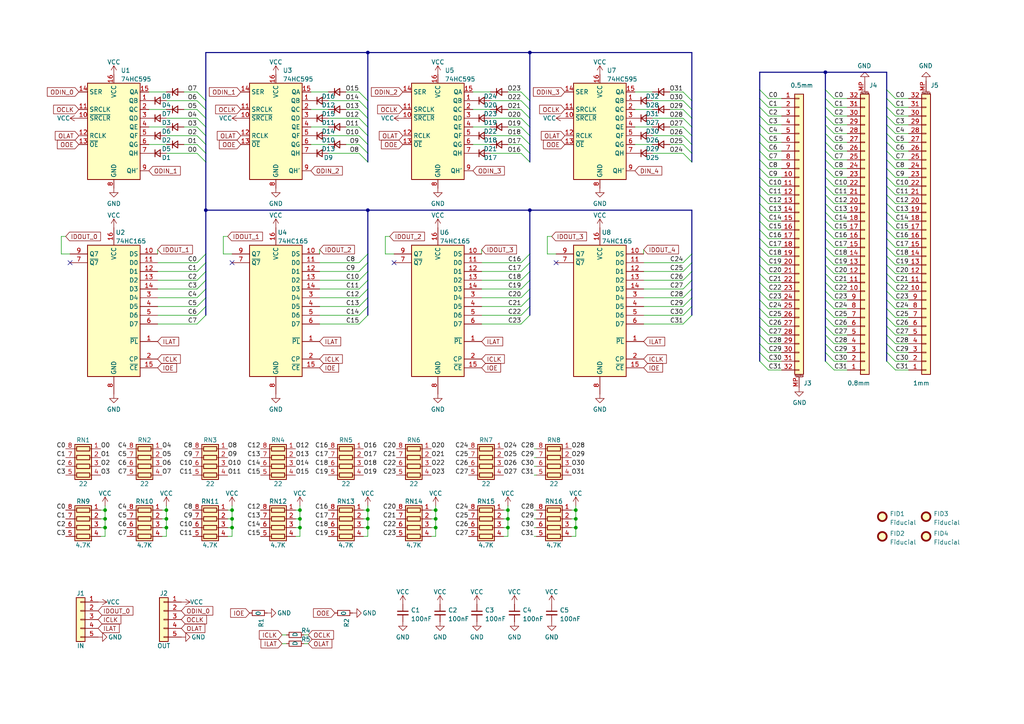
<source format=kicad_sch>
(kicad_sch (version 20230121) (generator eeschema)
  (paper "A4")
  (junction (at 153.67 15.24))
  (junction (at 126.365 153.035))
  (junction (at 106.68 15.24))
  (junction (at 153.67 60.96))
  (junction (at 126.365 150.495))
  (junction (at 48.26 153.035))
  (junction (at 239.395 20.955))
  (junction (at 106.68 153.035))
  (junction (at 59.69 60.96))
  (junction (at 147.32 150.495))
  (junction (at 30.48 150.495))
  (junction (at 106.68 150.495))
  (junction (at 167.005 153.035))
  (junction (at 30.48 153.035))
  (junction (at 48.26 150.495))
  (junction (at 86.995 150.495))
  (junction (at 30.48 147.955))
  (junction (at 48.26 147.955))
  (junction (at 147.32 147.955))
  (junction (at 167.005 150.495))
  (junction (at 106.68 147.955))
  (junction (at 67.31 150.495))
  (junction (at 167.005 147.955))
  (junction (at 147.32 153.035))
  (junction (at 106.68 60.96))
  (junction (at 67.31 147.955))
  (junction (at 126.365 147.955))
  (junction (at 86.995 153.035))
  (junction (at 86.995 147.955))
  (junction (at 67.31 153.035))
  (no_connect (at 114.3 76.2))
  (no_connect (at 161.29 76.2))
  (no_connect (at 67.31 76.2))
  (no_connect (at 20.32 76.2))
  (bus_entry (at 220.345 84.455) (size 2.54 2.54))
  (bus_entry (at 257.175 38.735) (size 2.54 2.54))
  (bus_entry (at 106.68 78.74) (size -2.54 2.54))
  (bus_entry (at 200.66 36.83) (size -2.54 -2.54))
  (bus_entry (at 257.175 53.975) (size 2.54 2.54))
  (bus_entry (at 257.175 41.275) (size 2.54 2.54))
  (bus_entry (at 200.66 41.91) (size -2.54 -2.54))
  (bus_entry (at 239.395 64.135) (size 2.54 2.54))
  (bus_entry (at 59.69 34.29) (size -2.54 -2.54))
  (bus_entry (at 239.395 89.535) (size 2.54 2.54))
  (bus_entry (at 220.345 94.615) (size 2.54 2.54))
  (bus_entry (at 220.345 59.055) (size 2.54 2.54))
  (bus_entry (at 153.67 81.28) (size -2.54 2.54))
  (bus_entry (at 220.345 76.835) (size 2.54 2.54))
  (bus_entry (at 59.69 86.36) (size -2.54 2.54))
  (bus_entry (at 200.66 39.37) (size -2.54 -2.54))
  (bus_entry (at 257.175 86.995) (size 2.54 2.54))
  (bus_entry (at 239.395 94.615) (size 2.54 2.54))
  (bus_entry (at 239.395 66.675) (size 2.54 2.54))
  (bus_entry (at 153.67 73.66) (size -2.54 2.54))
  (bus_entry (at 106.68 31.75) (size -2.54 -2.54))
  (bus_entry (at 239.395 43.815) (size 2.54 2.54))
  (bus_entry (at 257.175 79.375) (size 2.54 2.54))
  (bus_entry (at 220.345 89.535) (size 2.54 2.54))
  (bus_entry (at 257.175 26.035) (size 2.54 2.54))
  (bus_entry (at 106.68 44.45) (size -2.54 -2.54))
  (bus_entry (at 239.395 71.755) (size 2.54 2.54))
  (bus_entry (at 257.175 92.075) (size 2.54 2.54))
  (bus_entry (at 153.67 34.29) (size -2.54 -2.54))
  (bus_entry (at 239.395 79.375) (size 2.54 2.54))
  (bus_entry (at 220.345 51.435) (size 2.54 2.54))
  (bus_entry (at 220.345 66.675) (size 2.54 2.54))
  (bus_entry (at 59.69 91.44) (size -2.54 2.54))
  (bus_entry (at 257.175 61.595) (size 2.54 2.54))
  (bus_entry (at 239.395 26.035) (size 2.54 2.54))
  (bus_entry (at 220.345 81.915) (size 2.54 2.54))
  (bus_entry (at 220.345 92.075) (size 2.54 2.54))
  (bus_entry (at 153.67 46.99) (size -2.54 -2.54))
  (bus_entry (at 239.395 28.575) (size 2.54 2.54))
  (bus_entry (at 153.67 39.37) (size -2.54 -2.54))
  (bus_entry (at 153.67 31.75) (size -2.54 -2.54))
  (bus_entry (at 153.67 29.21) (size -2.54 -2.54))
  (bus_entry (at 239.395 31.115) (size 2.54 2.54))
  (bus_entry (at 257.175 104.775) (size 2.54 2.54))
  (bus_entry (at 153.67 88.9) (size -2.54 2.54))
  (bus_entry (at 200.66 31.75) (size -2.54 -2.54))
  (bus_entry (at 239.395 51.435) (size 2.54 2.54))
  (bus_entry (at 200.66 73.66) (size -2.54 2.54))
  (bus_entry (at 257.175 64.135) (size 2.54 2.54))
  (bus_entry (at 200.66 46.99) (size -2.54 -2.54))
  (bus_entry (at 220.345 104.775) (size 2.54 2.54))
  (bus_entry (at 59.69 78.74) (size -2.54 2.54))
  (bus_entry (at 106.68 36.83) (size -2.54 -2.54))
  (bus_entry (at 106.68 46.99) (size -2.54 -2.54))
  (bus_entry (at 200.66 34.29) (size -2.54 -2.54))
  (bus_entry (at 257.175 66.675) (size 2.54 2.54))
  (bus_entry (at 239.395 36.195) (size 2.54 2.54))
  (bus_entry (at 257.175 46.355) (size 2.54 2.54))
  (bus_entry (at 200.66 44.45) (size -2.54 -2.54))
  (bus_entry (at 106.68 39.37) (size -2.54 -2.54))
  (bus_entry (at 257.175 28.575) (size 2.54 2.54))
  (bus_entry (at 200.66 83.82) (size -2.54 2.54))
  (bus_entry (at 220.345 64.135) (size 2.54 2.54))
  (bus_entry (at 59.69 76.2) (size -2.54 2.54))
  (bus_entry (at 239.395 33.655) (size 2.54 2.54))
  (bus_entry (at 106.68 76.2) (size -2.54 2.54))
  (bus_entry (at 239.395 97.155) (size 2.54 2.54))
  (bus_entry (at 239.395 38.735) (size 2.54 2.54))
  (bus_entry (at 106.68 88.9) (size -2.54 2.54))
  (bus_entry (at 239.395 69.215) (size 2.54 2.54))
  (bus_entry (at 257.175 48.895) (size 2.54 2.54))
  (bus_entry (at 257.175 31.115) (size 2.54 2.54))
  (bus_entry (at 239.395 41.275) (size 2.54 2.54))
  (bus_entry (at 257.175 69.215) (size 2.54 2.54))
  (bus_entry (at 220.345 53.975) (size 2.54 2.54))
  (bus_entry (at 257.175 81.915) (size 2.54 2.54))
  (bus_entry (at 257.175 59.055) (size 2.54 2.54))
  (bus_entry (at 153.67 44.45) (size -2.54 -2.54))
  (bus_entry (at 257.175 89.535) (size 2.54 2.54))
  (bus_entry (at 257.175 97.155) (size 2.54 2.54))
  (bus_entry (at 200.66 76.2) (size -2.54 2.54))
  (bus_entry (at 106.68 91.44) (size -2.54 2.54))
  (bus_entry (at 220.345 74.295) (size 2.54 2.54))
  (bus_entry (at 257.175 76.835) (size 2.54 2.54))
  (bus_entry (at 239.395 104.775) (size 2.54 2.54))
  (bus_entry (at 106.68 81.28) (size -2.54 2.54))
  (bus_entry (at 220.345 79.375) (size 2.54 2.54))
  (bus_entry (at 59.69 83.82) (size -2.54 2.54))
  (bus_entry (at 239.395 76.835) (size 2.54 2.54))
  (bus_entry (at 106.68 41.91) (size -2.54 -2.54))
  (bus_entry (at 220.345 102.235) (size 2.54 2.54))
  (bus_entry (at 106.68 29.21) (size -2.54 -2.54))
  (bus_entry (at 220.345 86.995) (size 2.54 2.54))
  (bus_entry (at 220.345 36.195) (size 2.54 2.54))
  (bus_entry (at 220.345 99.695) (size 2.54 2.54))
  (bus_entry (at 59.69 88.9) (size -2.54 2.54))
  (bus_entry (at 220.345 38.735) (size 2.54 2.54))
  (bus_entry (at 257.175 51.435) (size 2.54 2.54))
  (bus_entry (at 59.69 36.83) (size -2.54 -2.54))
  (bus_entry (at 257.175 94.615) (size 2.54 2.54))
  (bus_entry (at 59.69 73.66) (size -2.54 2.54))
  (bus_entry (at 220.345 97.155) (size 2.54 2.54))
  (bus_entry (at 153.67 78.74) (size -2.54 2.54))
  (bus_entry (at 106.68 34.29) (size -2.54 -2.54))
  (bus_entry (at 200.66 78.74) (size -2.54 2.54))
  (bus_entry (at 106.68 86.36) (size -2.54 2.54))
  (bus_entry (at 257.175 36.195) (size 2.54 2.54))
  (bus_entry (at 239.395 53.975) (size 2.54 2.54))
  (bus_entry (at 239.395 99.695) (size 2.54 2.54))
  (bus_entry (at 220.345 26.035) (size 2.54 2.54))
  (bus_entry (at 200.66 91.44) (size -2.54 2.54))
  (bus_entry (at 239.395 84.455) (size 2.54 2.54))
  (bus_entry (at 220.345 69.215) (size 2.54 2.54))
  (bus_entry (at 239.395 81.915) (size 2.54 2.54))
  (bus_entry (at 59.69 39.37) (size -2.54 -2.54))
  (bus_entry (at 106.68 83.82) (size -2.54 2.54))
  (bus_entry (at 257.175 99.695) (size 2.54 2.54))
  (bus_entry (at 239.395 74.295) (size 2.54 2.54))
  (bus_entry (at 257.175 84.455) (size 2.54 2.54))
  (bus_entry (at 59.69 41.91) (size -2.54 -2.54))
  (bus_entry (at 239.395 46.355) (size 2.54 2.54))
  (bus_entry (at 153.67 41.91) (size -2.54 -2.54))
  (bus_entry (at 257.175 71.755) (size 2.54 2.54))
  (bus_entry (at 106.68 73.66) (size -2.54 2.54))
  (bus_entry (at 239.395 48.895) (size 2.54 2.54))
  (bus_entry (at 153.67 91.44) (size -2.54 2.54))
  (bus_entry (at 239.395 102.235) (size 2.54 2.54))
  (bus_entry (at 200.66 81.28) (size -2.54 2.54))
  (bus_entry (at 153.67 86.36) (size -2.54 2.54))
  (bus_entry (at 220.345 41.275) (size 2.54 2.54))
  (bus_entry (at 220.345 56.515) (size 2.54 2.54))
  (bus_entry (at 220.345 71.755) (size 2.54 2.54))
  (bus_entry (at 59.69 46.99) (size -2.54 -2.54))
  (bus_entry (at 239.395 86.995) (size 2.54 2.54))
  (bus_entry (at 239.395 92.075) (size 2.54 2.54))
  (bus_entry (at 257.175 33.655) (size 2.54 2.54))
  (bus_entry (at 153.67 76.2) (size -2.54 2.54))
  (bus_entry (at 220.345 43.815) (size 2.54 2.54))
  (bus_entry (at 239.395 56.515) (size 2.54 2.54))
  (bus_entry (at 220.345 33.655) (size 2.54 2.54))
  (bus_entry (at 257.175 102.235) (size 2.54 2.54))
  (bus_entry (at 239.395 59.055) (size 2.54 2.54))
  (bus_entry (at 59.69 31.75) (size -2.54 -2.54))
  (bus_entry (at 59.69 81.28) (size -2.54 2.54))
  (bus_entry (at 220.345 31.115) (size 2.54 2.54))
  (bus_entry (at 220.345 46.355) (size 2.54 2.54))
  (bus_entry (at 239.395 61.595) (size 2.54 2.54))
  (bus_entry (at 153.67 83.82) (size -2.54 2.54))
  (bus_entry (at 220.345 28.575) (size 2.54 2.54))
  (bus_entry (at 59.69 44.45) (size -2.54 -2.54))
  (bus_entry (at 220.345 61.595) (size 2.54 2.54))
  (bus_entry (at 200.66 86.36) (size -2.54 2.54))
  (bus_entry (at 257.175 74.295) (size 2.54 2.54))
  (bus_entry (at 59.69 29.21) (size -2.54 -2.54))
  (bus_entry (at 200.66 29.21) (size -2.54 -2.54))
  (bus_entry (at 200.66 88.9) (size -2.54 2.54))
  (bus_entry (at 220.345 48.895) (size 2.54 2.54))
  (bus_entry (at 257.175 43.815) (size 2.54 2.54))
  (bus_entry (at 153.67 36.83) (size -2.54 -2.54))
  (bus_entry (at 257.175 56.515) (size 2.54 2.54))
  (wire (pts (xy 226.695 36.195) (xy 222.885 36.195)))
  (bus (pts (xy 153.67 36.83) (xy 153.67 39.37)))
  (wire (pts (xy 85.725 153.035) (xy 86.995 153.035)))
  (bus (pts (xy 220.345 26.035) (xy 220.345 28.575)))
  (bus (pts (xy 257.175 38.735) (xy 257.175 41.275)))
  (wire (pts (xy 142.24 29.21) (xy 151.13 29.21)))
  (wire (pts (xy 29.21 155.575) (xy 30.48 155.575)))
  (wire (pts (xy 100.33 31.75) (xy 104.14 31.75)))
  (wire (pts (xy 226.695 31.115) (xy 222.885 31.115)))
  (bus (pts (xy 220.345 36.195) (xy 220.345 38.735)))
  (wire (pts (xy 105.41 150.495) (xy 106.68 150.495)))
  (bus (pts (xy 220.345 81.915) (xy 220.345 84.455)))
  (wire (pts (xy 106.68 155.575) (xy 106.68 153.035)))
  (bus (pts (xy 153.67 60.96) (xy 200.66 60.96)))
  (bus (pts (xy 106.68 83.82) (xy 106.68 86.36)))
  (wire (pts (xy 48.26 29.21) (xy 57.15 29.21)))
  (wire (pts (xy 245.745 31.115) (xy 241.935 31.115)))
  (bus (pts (xy 220.345 43.815) (xy 220.345 46.355)))
  (wire (pts (xy 226.695 56.515) (xy 222.885 56.515)))
  (bus (pts (xy 200.66 81.28) (xy 200.66 83.82)))
  (wire (pts (xy 263.525 46.355) (xy 259.715 46.355)))
  (wire (pts (xy 165.735 155.575) (xy 167.005 155.575)))
  (wire (pts (xy 263.525 31.115) (xy 259.715 31.115)))
  (wire (pts (xy 139.7 91.44) (xy 151.13 91.44)))
  (bus (pts (xy 257.175 59.055) (xy 257.175 61.595)))
  (bus (pts (xy 257.175 26.035) (xy 257.175 28.575)))
  (bus (pts (xy 220.345 56.515) (xy 220.345 59.055)))
  (bus (pts (xy 220.345 86.995) (xy 220.345 89.535)))
  (bus (pts (xy 200.66 34.29) (xy 200.66 36.83)))
  (wire (pts (xy 226.695 99.695) (xy 222.885 99.695)))
  (wire (pts (xy 259.715 64.135) (xy 263.525 64.135)))
  (wire (pts (xy 46.99 153.035) (xy 48.26 153.035)))
  (wire (pts (xy 43.18 26.67) (xy 48.26 26.67)))
  (wire (pts (xy 263.525 94.615) (xy 259.715 94.615)))
  (bus (pts (xy 200.66 76.2) (xy 200.66 78.74)))
  (bus (pts (xy 220.345 76.835) (xy 220.345 79.375)))
  (wire (pts (xy 139.7 72.39) (xy 139.7 73.66)))
  (bus (pts (xy 59.69 15.24) (xy 106.68 15.24)))
  (wire (pts (xy 263.525 76.835) (xy 259.715 76.835)))
  (bus (pts (xy 106.68 15.24) (xy 153.67 15.24)))
  (bus (pts (xy 220.345 61.595) (xy 220.345 64.135)))
  (wire (pts (xy 64.77 68.58) (xy 66.04 68.58)))
  (bus (pts (xy 239.395 76.835) (xy 239.395 79.375)))
  (bus (pts (xy 239.395 28.575) (xy 239.395 31.115)))
  (bus (pts (xy 239.395 94.615) (xy 239.395 97.155)))
  (wire (pts (xy 226.695 46.355) (xy 222.885 46.355)))
  (wire (pts (xy 189.23 34.29) (xy 198.12 34.29)))
  (wire (pts (xy 88.1544 184.15) (xy 89.4244 184.15)))
  (bus (pts (xy 257.175 33.655) (xy 257.175 36.195)))
  (wire (pts (xy 259.715 102.235) (xy 263.525 102.235)))
  (bus (pts (xy 239.395 20.955) (xy 239.395 26.035)))
  (wire (pts (xy 245.745 51.435) (xy 241.935 51.435)))
  (wire (pts (xy 222.885 102.235) (xy 226.695 102.235)))
  (bus (pts (xy 153.67 86.36) (xy 153.67 88.9)))
  (bus (pts (xy 106.68 36.83) (xy 106.68 39.37)))
  (wire (pts (xy 45.72 81.28) (xy 57.15 81.28)))
  (wire (pts (xy 186.69 93.98) (xy 198.12 93.98)))
  (wire (pts (xy 30.48 150.495) (xy 30.48 147.955)))
  (bus (pts (xy 257.175 81.915) (xy 257.175 84.455)))
  (wire (pts (xy 154.94 132.715) (xy 155.575 132.715)))
  (wire (pts (xy 17.78 68.58) (xy 19.05 68.58)))
  (wire (pts (xy 259.715 43.815) (xy 263.525 43.815)))
  (wire (pts (xy 226.695 104.775) (xy 222.885 104.775)))
  (wire (pts (xy 142.24 34.29) (xy 151.13 34.29)))
  (wire (pts (xy 263.525 81.915) (xy 259.715 81.915)))
  (wire (pts (xy 259.715 53.975) (xy 263.525 53.975)))
  (wire (pts (xy 226.695 71.755) (xy 222.885 71.755)))
  (wire (pts (xy 241.935 86.995) (xy 245.745 86.995)))
  (wire (pts (xy 222.885 69.215) (xy 226.695 69.215)))
  (bus (pts (xy 220.345 31.115) (xy 220.345 33.655)))
  (wire (pts (xy 45.72 93.98) (xy 57.15 93.98)))
  (bus (pts (xy 239.395 56.515) (xy 239.395 59.055)))
  (wire (pts (xy 154.94 147.955) (xy 155.575 147.955)))
  (wire (pts (xy 259.715 59.055) (xy 263.525 59.055)))
  (bus (pts (xy 59.69 86.36) (xy 59.69 88.9)))
  (wire (pts (xy 67.31 153.035) (xy 67.31 150.495)))
  (wire (pts (xy 17.78 73.66) (xy 17.78 68.58)))
  (wire (pts (xy 184.15 26.67) (xy 189.23 26.67)))
  (bus (pts (xy 106.68 88.9) (xy 106.68 91.44)))
  (wire (pts (xy 222.885 38.735) (xy 226.695 38.735)))
  (wire (pts (xy 241.935 97.155) (xy 245.745 97.155)))
  (wire (pts (xy 194.31 36.83) (xy 198.12 36.83)))
  (wire (pts (xy 48.26 150.495) (xy 48.26 147.955)))
  (wire (pts (xy 259.715 97.155) (xy 263.525 97.155)))
  (bus (pts (xy 200.66 60.96) (xy 200.66 73.66)))
  (wire (pts (xy 184.15 31.75) (xy 189.23 31.75)))
  (wire (pts (xy 245.745 41.275) (xy 241.935 41.275)))
  (wire (pts (xy 30.48 153.035) (xy 30.48 150.495)))
  (bus (pts (xy 220.345 89.535) (xy 220.345 92.075)))
  (bus (pts (xy 257.175 51.435) (xy 257.175 53.975)))
  (wire (pts (xy 95.25 34.29) (xy 104.14 34.29)))
  (wire (pts (xy 48.26 153.035) (xy 48.26 150.495)))
  (wire (pts (xy 165.735 153.035) (xy 167.005 153.035)))
  (bus (pts (xy 239.395 102.235) (xy 239.395 104.775)))
  (wire (pts (xy 245.745 61.595) (xy 241.935 61.595)))
  (bus (pts (xy 153.67 41.91) (xy 153.67 44.45)))
  (bus (pts (xy 153.67 39.37) (xy 153.67 41.91)))
  (bus (pts (xy 239.395 43.815) (xy 239.395 46.355)))
  (wire (pts (xy 263.525 71.755) (xy 259.715 71.755)))
  (bus (pts (xy 200.66 36.83) (xy 200.66 39.37)))
  (wire (pts (xy 241.935 69.215) (xy 245.745 69.215)))
  (wire (pts (xy 147.32 31.75) (xy 151.13 31.75)))
  (wire (pts (xy 92.71 72.39) (xy 92.71 73.66)))
  (bus (pts (xy 59.69 73.66) (xy 59.69 76.2)))
  (bus (pts (xy 220.345 38.735) (xy 220.345 41.275)))
  (bus (pts (xy 239.395 33.655) (xy 239.395 36.195)))
  (bus (pts (xy 239.395 38.735) (xy 239.395 41.275)))
  (wire (pts (xy 184.15 36.83) (xy 189.23 36.83)))
  (bus (pts (xy 239.395 48.895) (xy 239.395 51.435)))
  (wire (pts (xy 222.885 33.655) (xy 226.695 33.655)))
  (wire (pts (xy 186.69 81.28) (xy 198.12 81.28)))
  (bus (pts (xy 257.175 28.575) (xy 257.175 31.115)))
  (wire (pts (xy 158.75 68.58) (xy 160.02 68.58)))
  (wire (pts (xy 245.745 89.535) (xy 241.935 89.535)))
  (bus (pts (xy 239.395 66.675) (xy 239.395 69.215)))
  (bus (pts (xy 220.345 59.055) (xy 220.345 61.595)))
  (wire (pts (xy 30.48 147.955) (xy 30.48 146.685)))
  (wire (pts (xy 106.68 153.035) (xy 106.68 150.495)))
  (wire (pts (xy 154.94 130.175) (xy 155.575 130.175)))
  (bus (pts (xy 59.69 88.9) (xy 59.69 91.44)))
  (wire (pts (xy 245.745 99.695) (xy 241.935 99.695)))
  (wire (pts (xy 263.525 61.595) (xy 259.715 61.595)))
  (bus (pts (xy 257.175 31.115) (xy 257.175 33.655)))
  (bus (pts (xy 200.66 88.9) (xy 200.66 91.44)))
  (wire (pts (xy 263.525 36.195) (xy 259.715 36.195)))
  (wire (pts (xy 259.715 38.735) (xy 263.525 38.735)))
  (wire (pts (xy 245.745 56.515) (xy 241.935 56.515)))
  (wire (pts (xy 241.935 53.975) (xy 245.745 53.975)))
  (bus (pts (xy 257.175 92.075) (xy 257.175 94.615)))
  (bus (pts (xy 239.395 31.115) (xy 239.395 33.655)))
  (wire (pts (xy 67.31 73.66) (xy 64.77 73.66)))
  (bus (pts (xy 257.175 36.195) (xy 257.175 38.735)))
  (bus (pts (xy 257.175 69.215) (xy 257.175 71.755)))
  (bus (pts (xy 220.345 48.895) (xy 220.345 51.435)))
  (bus (pts (xy 220.345 66.675) (xy 220.345 69.215)))
  (wire (pts (xy 167.005 155.575) (xy 167.005 153.035)))
  (wire (pts (xy 147.32 36.83) (xy 151.13 36.83)))
  (wire (pts (xy 222.885 48.895) (xy 226.695 48.895)))
  (bus (pts (xy 220.345 20.955) (xy 239.395 20.955)))
  (wire (pts (xy 92.71 91.44) (xy 104.14 91.44)))
  (wire (pts (xy 142.24 44.45) (xy 151.13 44.45)))
  (wire (pts (xy 245.745 94.615) (xy 241.935 94.615)))
  (bus (pts (xy 239.395 46.355) (xy 239.395 48.895)))
  (wire (pts (xy 241.935 59.055) (xy 245.745 59.055)))
  (wire (pts (xy 147.32 153.035) (xy 147.32 150.495)))
  (bus (pts (xy 59.69 34.29) (xy 59.69 36.83)))
  (wire (pts (xy 125.095 150.495) (xy 126.365 150.495)))
  (bus (pts (xy 59.69 60.96) (xy 59.69 73.66)))
  (bus (pts (xy 153.67 29.21) (xy 153.67 31.75)))
  (wire (pts (xy 139.7 78.74) (xy 151.13 78.74)))
  (bus (pts (xy 59.69 41.91) (xy 59.69 44.45)))
  (wire (pts (xy 46.99 147.955) (xy 48.26 147.955)))
  (wire (pts (xy 137.16 31.75) (xy 142.24 31.75)))
  (bus (pts (xy 59.69 81.28) (xy 59.69 83.82)))
  (bus (pts (xy 257.175 84.455) (xy 257.175 86.995)))
  (bus (pts (xy 239.395 64.135) (xy 239.395 66.675)))
  (bus (pts (xy 239.395 81.915) (xy 239.395 84.455)))
  (wire (pts (xy 43.18 41.91) (xy 48.26 41.91)))
  (bus (pts (xy 239.395 26.035) (xy 239.395 28.575)))
  (wire (pts (xy 137.16 26.67) (xy 142.24 26.67)))
  (bus (pts (xy 257.175 99.695) (xy 257.175 102.235)))
  (wire (pts (xy 92.71 93.98) (xy 104.14 93.98)))
  (wire (pts (xy 146.05 153.035) (xy 147.32 153.035)))
  (wire (pts (xy 137.16 41.91) (xy 142.24 41.91)))
  (wire (pts (xy 146.05 147.955) (xy 147.32 147.955)))
  (wire (pts (xy 222.885 53.975) (xy 226.695 53.975)))
  (wire (pts (xy 241.935 28.575) (xy 245.745 28.575)))
  (wire (pts (xy 184.15 41.91) (xy 189.23 41.91)))
  (wire (pts (xy 92.71 88.9) (xy 104.14 88.9)))
  (bus (pts (xy 220.345 71.755) (xy 220.345 74.295)))
  (wire (pts (xy 95.25 44.45) (xy 104.14 44.45)))
  (bus (pts (xy 257.175 86.995) (xy 257.175 89.535)))
  (wire (pts (xy 92.71 83.82) (xy 104.14 83.82)))
  (bus (pts (xy 220.345 28.575) (xy 220.345 31.115)))
  (wire (pts (xy 126.365 153.035) (xy 126.365 150.495)))
  (bus (pts (xy 153.67 76.2) (xy 153.67 78.74)))
  (bus (pts (xy 220.345 64.135) (xy 220.345 66.675)))
  (bus (pts (xy 106.68 73.66) (xy 106.68 76.2)))
  (wire (pts (xy 147.32 41.91) (xy 151.13 41.91)))
  (wire (pts (xy 165.735 150.495) (xy 167.005 150.495)))
  (wire (pts (xy 106.68 150.495) (xy 106.68 147.955)))
  (wire (pts (xy 139.7 88.9) (xy 151.13 88.9)))
  (wire (pts (xy 167.005 150.495) (xy 167.005 147.955)))
  (bus (pts (xy 257.175 102.235) (xy 257.175 104.775)))
  (bus (pts (xy 59.69 39.37) (xy 59.69 41.91)))
  (wire (pts (xy 64.77 73.66) (xy 64.77 68.58)))
  (bus (pts (xy 106.68 81.28) (xy 106.68 83.82)))
  (wire (pts (xy 66.04 153.035) (xy 67.31 153.035)))
  (wire (pts (xy 43.18 31.75) (xy 48.26 31.75)))
  (wire (pts (xy 142.24 39.37) (xy 151.13 39.37)))
  (bus (pts (xy 106.68 78.74) (xy 106.68 81.28)))
  (bus (pts (xy 239.395 59.055) (xy 239.395 61.595)))
  (bus (pts (xy 153.67 44.45) (xy 153.67 46.99)))
  (bus (pts (xy 220.345 102.235) (xy 220.345 104.775)))
  (wire (pts (xy 95.25 39.37) (xy 104.14 39.37)))
  (bus (pts (xy 200.66 31.75) (xy 200.66 34.29)))
  (bus (pts (xy 257.175 94.615) (xy 257.175 97.155)))
  (wire (pts (xy 66.04 155.575) (xy 67.31 155.575)))
  (bus (pts (xy 257.175 48.895) (xy 257.175 51.435)))
  (wire (pts (xy 66.04 147.955) (xy 67.31 147.955)))
  (wire (pts (xy 43.18 36.83) (xy 48.26 36.83)))
  (wire (pts (xy 81.8044 184.15) (xy 83.0744 184.15)))
  (wire (pts (xy 46.99 155.575) (xy 48.26 155.575)))
  (wire (pts (xy 154.94 135.255) (xy 155.575 135.255)))
  (bus (pts (xy 220.345 74.295) (xy 220.345 76.835)))
  (wire (pts (xy 263.525 99.695) (xy 259.715 99.695)))
  (wire (pts (xy 139.7 83.82) (xy 151.13 83.82)))
  (wire (pts (xy 263.525 66.675) (xy 259.715 66.675)))
  (wire (pts (xy 92.71 81.28) (xy 104.14 81.28)))
  (wire (pts (xy 226.695 84.455) (xy 222.885 84.455)))
  (wire (pts (xy 45.72 86.36) (xy 57.15 86.36)))
  (bus (pts (xy 220.345 26.035) (xy 220.345 20.955)))
  (bus (pts (xy 59.69 46.99) (xy 59.69 60.96)))
  (wire (pts (xy 154.94 150.495) (xy 155.575 150.495)))
  (bus (pts (xy 59.69 83.82) (xy 59.69 86.36)))
  (bus (pts (xy 220.345 53.975) (xy 220.345 56.515)))
  (bus (pts (xy 257.175 97.155) (xy 257.175 99.695)))
  (wire (pts (xy 29.21 150.495) (xy 30.48 150.495)))
  (bus (pts (xy 257.175 41.275) (xy 257.175 43.815)))
  (wire (pts (xy 146.05 155.575) (xy 147.32 155.575)))
  (bus (pts (xy 106.68 60.96) (xy 153.67 60.96)))
  (wire (pts (xy 222.885 97.155) (xy 226.695 97.155)))
  (bus (pts (xy 59.69 44.45) (xy 59.69 46.99)))
  (bus (pts (xy 59.69 76.2) (xy 59.69 78.74)))
  (wire (pts (xy 105.41 155.575) (xy 106.68 155.575)))
  (wire (pts (xy 126.365 147.955) (xy 126.365 146.685)))
  (wire (pts (xy 241.935 33.655) (xy 245.745 33.655)))
  (wire (pts (xy 48.26 39.37) (xy 57.15 39.37)))
  (wire (pts (xy 241.935 64.135) (xy 245.745 64.135)))
  (wire (pts (xy 146.05 150.495) (xy 147.32 150.495)))
  (wire (pts (xy 139.7 81.28) (xy 151.13 81.28)))
  (wire (pts (xy 241.935 43.815) (xy 245.745 43.815)))
  (bus (pts (xy 257.175 71.755) (xy 257.175 74.295)))
  (bus (pts (xy 239.395 86.995) (xy 239.395 89.535)))
  (bus (pts (xy 59.69 31.75) (xy 59.69 34.29)))
  (wire (pts (xy 189.23 29.21) (xy 198.12 29.21)))
  (wire (pts (xy 259.715 74.295) (xy 263.525 74.295)))
  (bus (pts (xy 257.175 74.295) (xy 257.175 76.835)))
  (wire (pts (xy 158.75 73.66) (xy 158.75 68.58)))
  (wire (pts (xy 222.885 74.295) (xy 226.695 74.295)))
  (bus (pts (xy 220.345 97.155) (xy 220.345 99.695)))
  (wire (pts (xy 154.94 155.575) (xy 155.575 155.575)))
  (wire (pts (xy 259.715 48.895) (xy 263.525 48.895)))
  (wire (pts (xy 29.21 153.035) (xy 30.48 153.035)))
  (wire (pts (xy 186.69 76.2) (xy 198.12 76.2)))
  (wire (pts (xy 194.31 31.75) (xy 198.12 31.75)))
  (bus (pts (xy 200.66 86.36) (xy 200.66 88.9)))
  (wire (pts (xy 167.005 153.035) (xy 167.005 150.495)))
  (wire (pts (xy 45.72 76.2) (xy 57.15 76.2)))
  (wire (pts (xy 194.31 26.67) (xy 198.12 26.67)))
  (bus (pts (xy 257.175 61.595) (xy 257.175 64.135)))
  (bus (pts (xy 220.345 51.435) (xy 220.345 53.975)))
  (wire (pts (xy 81.8044 186.69) (xy 83.0744 186.69)))
  (wire (pts (xy 86.995 155.575) (xy 86.995 153.035)))
  (bus (pts (xy 257.175 64.135) (xy 257.175 66.675)))
  (wire (pts (xy 147.32 147.955) (xy 147.32 146.685)))
  (wire (pts (xy 53.34 31.75) (xy 57.15 31.75)))
  (bus (pts (xy 239.395 53.975) (xy 239.395 56.515)))
  (bus (pts (xy 257.175 76.835) (xy 257.175 79.375)))
  (bus (pts (xy 239.395 99.695) (xy 239.395 102.235)))
  (wire (pts (xy 226.695 66.675) (xy 222.885 66.675)))
  (bus (pts (xy 257.175 53.975) (xy 257.175 56.515)))
  (wire (pts (xy 105.41 153.035) (xy 106.68 153.035)))
  (bus (pts (xy 200.66 78.74) (xy 200.66 81.28)))
  (bus (pts (xy 220.345 99.695) (xy 220.345 102.235)))
  (wire (pts (xy 100.33 41.91) (xy 104.14 41.91)))
  (bus (pts (xy 239.395 20.955) (xy 257.175 20.955)))
  (wire (pts (xy 259.715 33.655) (xy 263.525 33.655)))
  (bus (pts (xy 257.175 89.535) (xy 257.175 92.075)))
  (wire (pts (xy 88.1544 186.69) (xy 89.4244 186.69)))
  (wire (pts (xy 263.525 104.775) (xy 259.715 104.775)))
  (bus (pts (xy 106.68 15.24) (xy 106.68 29.21)))
  (wire (pts (xy 245.745 46.355) (xy 241.935 46.355)))
  (wire (pts (xy 259.715 28.575) (xy 263.525 28.575)))
  (bus (pts (xy 153.67 83.82) (xy 153.67 86.36)))
  (wire (pts (xy 114.3 73.66) (xy 111.76 73.66)))
  (wire (pts (xy 85.725 147.955) (xy 86.995 147.955)))
  (bus (pts (xy 239.395 89.535) (xy 239.395 92.075)))
  (bus (pts (xy 106.68 76.2) (xy 106.68 78.74)))
  (bus (pts (xy 106.68 60.96) (xy 106.68 73.66)))
  (wire (pts (xy 95.25 29.21) (xy 104.14 29.21)))
  (wire (pts (xy 125.095 147.955) (xy 126.365 147.955)))
  (wire (pts (xy 154.94 153.035) (xy 155.575 153.035)))
  (bus (pts (xy 257.175 43.815) (xy 257.175 46.355)))
  (wire (pts (xy 147.32 150.495) (xy 147.32 147.955)))
  (bus (pts (xy 220.345 69.215) (xy 220.345 71.755)))
  (bus (pts (xy 200.66 41.91) (xy 200.66 44.45)))
  (bus (pts (xy 59.69 15.24) (xy 59.69 29.21)))
  (wire (pts (xy 46.99 150.495) (xy 48.26 150.495)))
  (wire (pts (xy 90.17 26.67) (xy 95.25 26.67)))
  (wire (pts (xy 30.48 155.575) (xy 30.48 153.035)))
  (wire (pts (xy 259.715 69.215) (xy 263.525 69.215)))
  (wire (pts (xy 241.935 48.895) (xy 245.745 48.895)))
  (bus (pts (xy 200.66 73.66) (xy 200.66 76.2)))
  (wire (pts (xy 222.885 28.575) (xy 226.695 28.575)))
  (wire (pts (xy 105.41 147.955) (xy 106.68 147.955)))
  (wire (pts (xy 259.715 86.995) (xy 263.525 86.995)))
  (bus (pts (xy 239.395 61.595) (xy 239.395 64.135)))
  (wire (pts (xy 226.695 61.595) (xy 222.885 61.595)))
  (wire (pts (xy 111.76 68.58) (xy 113.03 68.58)))
  (bus (pts (xy 153.67 31.75) (xy 153.67 34.29)))
  (wire (pts (xy 186.69 83.82) (xy 198.12 83.82)))
  (wire (pts (xy 245.745 104.775) (xy 241.935 104.775)))
  (wire (pts (xy 245.745 66.675) (xy 241.935 66.675)))
  (bus (pts (xy 220.345 84.455) (xy 220.345 86.995)))
  (bus (pts (xy 153.67 73.66) (xy 153.67 76.2)))
  (wire (pts (xy 111.76 73.66) (xy 111.76 68.58)))
  (wire (pts (xy 245.745 76.835) (xy 241.935 76.835)))
  (bus (pts (xy 220.345 92.075) (xy 220.345 94.615)))
  (wire (pts (xy 186.69 78.74) (xy 198.12 78.74)))
  (wire (pts (xy 226.695 51.435) (xy 222.885 51.435)))
  (bus (pts (xy 220.345 79.375) (xy 220.345 81.915)))
  (wire (pts (xy 263.525 56.515) (xy 259.715 56.515)))
  (wire (pts (xy 86.995 153.035) (xy 86.995 150.495)))
  (bus (pts (xy 220.345 94.615) (xy 220.345 97.155)))
  (wire (pts (xy 48.26 34.29) (xy 57.15 34.29)))
  (bus (pts (xy 257.175 66.675) (xy 257.175 69.215)))
  (wire (pts (xy 165.735 147.955) (xy 167.005 147.955)))
  (wire (pts (xy 226.695 81.915) (xy 222.885 81.915)))
  (wire (pts (xy 48.26 155.575) (xy 48.26 153.035)))
  (wire (pts (xy 259.715 92.075) (xy 263.525 92.075)))
  (wire (pts (xy 45.72 91.44) (xy 57.15 91.44)))
  (wire (pts (xy 263.525 84.455) (xy 259.715 84.455)))
  (bus (pts (xy 59.69 78.74) (xy 59.69 81.28)))
  (wire (pts (xy 186.69 86.36) (xy 198.12 86.36)))
  (bus (pts (xy 257.175 20.955) (xy 257.175 26.035)))
  (wire (pts (xy 29.21 147.955) (xy 30.48 147.955)))
  (wire (pts (xy 222.885 64.135) (xy 226.695 64.135)))
  (bus (pts (xy 239.395 84.455) (xy 239.395 86.995)))
  (bus (pts (xy 106.68 41.91) (xy 106.68 44.45)))
  (wire (pts (xy 245.745 84.455) (xy 241.935 84.455)))
  (bus (pts (xy 153.67 34.29) (xy 153.67 36.83)))
  (wire (pts (xy 139.7 86.36) (xy 151.13 86.36)))
  (wire (pts (xy 263.525 51.435) (xy 259.715 51.435)))
  (wire (pts (xy 53.34 26.67) (xy 57.15 26.67)))
  (wire (pts (xy 85.725 150.495) (xy 86.995 150.495)))
  (wire (pts (xy 48.26 44.45) (xy 57.15 44.45)))
  (wire (pts (xy 222.885 86.995) (xy 226.695 86.995)))
  (wire (pts (xy 137.16 36.83) (xy 142.24 36.83)))
  (bus (pts (xy 239.395 36.195) (xy 239.395 38.735)))
  (wire (pts (xy 259.715 107.315) (xy 263.525 107.315)))
  (bus (pts (xy 106.68 39.37) (xy 106.68 41.91)))
  (wire (pts (xy 245.745 71.755) (xy 241.935 71.755)))
  (wire (pts (xy 125.095 153.035) (xy 126.365 153.035)))
  (wire (pts (xy 92.71 78.74) (xy 104.14 78.74)))
  (wire (pts (xy 67.31 147.955) (xy 67.31 146.685)))
  (wire (pts (xy 45.72 83.82) (xy 57.15 83.82)))
  (wire (pts (xy 259.715 79.375) (xy 263.525 79.375)))
  (bus (pts (xy 239.395 69.215) (xy 239.395 71.755)))
  (bus (pts (xy 153.67 78.74) (xy 153.67 81.28)))
  (bus (pts (xy 200.66 15.24) (xy 200.66 29.21)))
  (wire (pts (xy 241.935 107.315) (xy 245.745 107.315)))
  (bus (pts (xy 59.69 60.96) (xy 106.68 60.96)))
  (wire (pts (xy 186.69 72.39) (xy 186.69 73.66)))
  (bus (pts (xy 257.175 79.375) (xy 257.175 81.915)))
  (wire (pts (xy 245.745 36.195) (xy 241.935 36.195)))
  (bus (pts (xy 220.345 41.275) (xy 220.345 43.815)))
  (wire (pts (xy 226.695 76.835) (xy 222.885 76.835)))
  (wire (pts (xy 263.525 89.535) (xy 259.715 89.535)))
  (wire (pts (xy 86.995 150.495) (xy 86.995 147.955)))
  (bus (pts (xy 239.395 97.155) (xy 239.395 99.695)))
  (wire (pts (xy 66.04 150.495) (xy 67.31 150.495)))
  (bus (pts (xy 200.66 83.82) (xy 200.66 86.36)))
  (bus (pts (xy 59.69 36.83) (xy 59.69 39.37)))
  (wire (pts (xy 147.32 155.575) (xy 147.32 153.035)))
  (wire (pts (xy 226.695 89.535) (xy 222.885 89.535)))
  (bus (pts (xy 220.345 46.355) (xy 220.345 48.895)))
  (wire (pts (xy 222.885 79.375) (xy 226.695 79.375)))
  (wire (pts (xy 86.995 147.955) (xy 86.995 146.685)))
  (bus (pts (xy 220.345 33.655) (xy 220.345 36.195)))
  (wire (pts (xy 226.695 94.615) (xy 222.885 94.615)))
  (wire (pts (xy 45.72 88.9) (xy 57.15 88.9)))
  (bus (pts (xy 239.395 79.375) (xy 239.395 81.915)))
  (wire (pts (xy 222.885 107.315) (xy 226.695 107.315)))
  (bus (pts (xy 239.395 74.295) (xy 239.395 76.835)))
  (wire (pts (xy 90.17 36.83) (xy 95.25 36.83)))
  (wire (pts (xy 222.885 92.075) (xy 226.695 92.075)))
  (bus (pts (xy 153.67 60.96) (xy 153.67 73.66)))
  (wire (pts (xy 100.33 36.83) (xy 104.14 36.83)))
  (wire (pts (xy 67.31 155.575) (xy 67.31 153.035)))
  (wire (pts (xy 67.31 150.495) (xy 67.31 147.955)))
  (wire (pts (xy 241.935 74.295) (xy 245.745 74.295)))
  (wire (pts (xy 92.71 76.2) (xy 104.14 76.2)))
  (bus (pts (xy 239.395 71.755) (xy 239.395 74.295)))
  (bus (pts (xy 153.67 15.24) (xy 153.67 29.21)))
  (wire (pts (xy 189.23 39.37) (xy 198.12 39.37)))
  (wire (pts (xy 90.17 31.75) (xy 95.25 31.75)))
  (wire (pts (xy 147.32 26.67) (xy 151.13 26.67)))
  (bus (pts (xy 106.68 34.29) (xy 106.68 36.83)))
  (wire (pts (xy 126.365 150.495) (xy 126.365 147.955)))
  (wire (pts (xy 125.095 155.575) (xy 126.365 155.575)))
  (wire (pts (xy 139.7 76.2) (xy 151.13 76.2)))
  (wire (pts (xy 106.68 147.955) (xy 106.68 146.685)))
  (wire (pts (xy 53.34 41.91) (xy 57.15 41.91)))
  (bus (pts (xy 106.68 29.21) (xy 106.68 31.75)))
  (bus (pts (xy 239.395 41.275) (xy 239.395 43.815)))
  (wire (pts (xy 186.69 88.9) (xy 198.12 88.9)))
  (wire (pts (xy 45.72 72.39) (xy 45.72 73.66)))
  (wire (pts (xy 241.935 102.235) (xy 245.745 102.235)))
  (bus (pts (xy 106.68 44.45) (xy 106.68 46.99)))
  (wire (pts (xy 154.94 137.795) (xy 155.575 137.795)))
  (bus (pts (xy 257.175 46.355) (xy 257.175 48.895)))
  (wire (pts (xy 194.31 41.91) (xy 198.12 41.91)))
  (bus (pts (xy 106.68 31.75) (xy 106.68 34.29)))
  (wire (pts (xy 226.695 41.275) (xy 222.885 41.275)))
  (wire (pts (xy 126.365 155.575) (xy 126.365 153.035)))
  (wire (pts (xy 241.935 92.075) (xy 245.745 92.075)))
  (wire (pts (xy 222.885 43.815) (xy 226.695 43.815)))
  (bus (pts (xy 153.67 88.9) (xy 153.67 91.44)))
  (wire (pts (xy 92.71 86.36) (xy 104.14 86.36)))
  (wire (pts (xy 167.005 147.955) (xy 167.005 146.685)))
  (bus (pts (xy 239.395 92.075) (xy 239.395 94.615)))
  (bus (pts (xy 59.69 29.21) (xy 59.69 31.75)))
  (wire (pts (xy 20.32 73.66) (xy 17.78 73.66)))
  (wire (pts (xy 85.725 155.575) (xy 86.995 155.575)))
  (wire (pts (xy 186.69 91.44) (xy 198.12 91.44)))
  (wire (pts (xy 241.935 79.375) (xy 245.745 79.375)))
  (wire (pts (xy 245.745 81.915) (xy 241.935 81.915)))
  (bus (pts (xy 153.67 81.28) (xy 153.67 83.82)))
  (bus (pts (xy 200.66 29.21) (xy 200.66 31.75)))
  (wire (pts (xy 90.17 41.91) (xy 95.25 41.91)))
  (bus (pts (xy 239.395 51.435) (xy 239.395 53.975)))
  (bus (pts (xy 106.68 86.36) (xy 106.68 88.9)))
  (wire (pts (xy 139.7 93.98) (xy 151.13 93.98)))
  (wire (pts (xy 53.34 36.83) (xy 57.15 36.83)))
  (wire (pts (xy 45.72 78.74) (xy 57.15 78.74)))
  (wire (pts (xy 100.33 26.67) (xy 104.14 26.67)))
  (bus (pts (xy 257.175 56.515) (xy 257.175 59.055)))
  (bus (pts (xy 200.66 39.37) (xy 200.66 41.91)))
  (wire (pts (xy 189.23 44.45) (xy 198.12 44.45)))
  (wire (pts (xy 48.26 147.955) (xy 48.26 146.685)))
  (bus (pts (xy 153.67 15.24) (xy 200.66 15.24)))
  (wire (pts (xy 222.885 59.055) (xy 226.695 59.055)))
  (wire (pts (xy 263.525 41.275) (xy 259.715 41.275)))
  (wire (pts (xy 161.29 73.66) (xy 158.75 73.66)))
  (bus (pts (xy 200.66 44.45) (xy 200.66 46.99)))
  (wire (pts (xy 241.935 38.735) (xy 245.745 38.735)))
  (label "C24" (at 194.31 76.2 0))
  (label "C25" (at 241.935 92.075 0))
  (label "O8" (at 66.04 130.175 0))
  (label "C10" (at 241.935 53.975 0))
  (label "O26" (at 198.12 39.37 180))
  (label "C7" (at 222.885 46.355 0))
  (label "C2" (at 19.05 135.255 180))
  (label "C15" (at 222.885 66.675 0))
  (label "C13" (at 241.935 61.595 0))
  (label "C18" (at 241.935 74.295 0))
  (label "C31" (at 194.31 93.98 0))
  (label "C20" (at 241.935 79.375 0))
  (label "C16" (at 95.25 147.955 180))
  (label "C4" (at 36.83 130.175 180))
  (label "C9" (at 55.88 132.715 180))
  (label "O24" (at 198.12 44.45 180))
  (label "C21" (at 222.885 81.915 0))
  (label "C29" (at 259.715 102.235 0))
  (label "C23" (at 114.935 155.575 180))
  (label "C31" (at 154.94 155.575 180))
  (label "O19" (at 151.13 36.83 180))
  (label "C17" (at 222.885 71.755 0))
  (label "C1" (at 259.715 31.115 0))
  (label "C0" (at 259.715 28.575 0))
  (label "C6" (at 57.15 91.44 180))
  (label "C31" (at 154.94 137.795 180))
  (label "C28" (at 241.935 99.695 0))
  (label "C26" (at 241.935 94.615 0))
  (label "C8" (at 241.935 48.895 0))
  (label "O18" (at 105.41 135.255 0))
  (label "C12" (at 75.565 147.955 180))
  (label "C9" (at 259.715 51.435 0))
  (label "C10" (at 222.885 53.975 0))
  (label "C13" (at 222.885 61.595 0))
  (label "C28" (at 259.715 99.695 0))
  (label "C1" (at 241.935 31.115 0))
  (label "O23" (at 151.13 26.67 180))
  (label "O6" (at 46.99 135.255 0))
  (label "C24" (at 222.885 89.535 0))
  (label "O10" (at 66.04 135.255 0))
  (label "C15" (at 241.935 66.675 0))
  (label "C1" (at 19.05 132.715 180))
  (label "O9" (at 66.04 132.715 0))
  (label "C17" (at 95.25 132.715 180))
  (label "O27" (at 198.12 36.83 180))
  (label "C24" (at 135.89 130.175 180))
  (label "C7" (at 241.935 46.355 0))
  (label "C15" (at 100.33 93.98 0))
  (label "C3" (at 19.05 137.795 180))
  (label "O6" (at 57.15 29.21 180))
  (label "C20" (at 259.715 79.375 0))
  (label "C24" (at 135.89 147.955 180))
  (label "C20" (at 222.885 79.375 0))
  (label "C30" (at 222.885 104.775 0))
  (label "C7" (at 259.715 46.355 0))
  (label "C8" (at 55.88 130.175 180))
  (label "O2" (at 57.15 39.37 180))
  (label "O9" (at 104.14 41.91 180))
  (label "O17" (at 105.41 132.715 0))
  (label "O3" (at 29.21 137.795 0))
  (label "O3" (at 57.15 36.83 180))
  (label "C23" (at 241.935 86.995 0))
  (label "C26" (at 135.89 135.255 180))
  (label "O4" (at 46.99 130.175 0))
  (label "C25" (at 135.89 132.715 180))
  (label "O22" (at 125.095 135.255 0))
  (label "O14" (at 104.14 29.21 180))
  (label "O17" (at 151.13 41.91 180))
  (label "O13" (at 85.725 132.715 0))
  (label "C4" (at 36.83 147.955 180))
  (label "C8" (at 55.88 147.955 180))
  (label "O25" (at 146.05 132.715 0))
  (label "C3" (at 241.935 36.195 0))
  (label "C17" (at 95.25 150.495 180))
  (label "C8" (at 259.715 48.895 0))
  (label "O30" (at 165.735 135.255 0))
  (label "O29" (at 198.12 31.75 180))
  (label "O12" (at 85.725 130.175 0))
  (label "C30" (at 154.94 153.035 180))
  (label "C26" (at 135.89 153.035 180))
  (label "C25" (at 194.31 78.74 0))
  (label "O7" (at 46.99 137.795 0))
  (label "C13" (at 75.565 150.495 180))
  (label "C6" (at 259.715 43.815 0))
  (label "O28" (at 165.735 130.175 0))
  (label "C28" (at 222.885 99.695 0))
  (label "C27" (at 241.935 97.155 0))
  (label "C12" (at 259.715 59.055 0))
  (label "O31" (at 198.12 26.67 180))
  (label "O29" (at 165.735 132.715 0))
  (label "C10" (at 55.88 153.035 180))
  (label "O13" (at 104.14 31.75 180))
  (label "C19" (at 95.25 155.575 180))
  (label "C9" (at 100.33 78.74 0))
  (label "C1" (at 19.05 150.495 180))
  (label "C8" (at 100.33 76.2 0))
  (label "C2" (at 222.885 33.655 0))
  (label "O8" (at 104.14 44.45 180))
  (label "O21" (at 151.13 31.75 180))
  (label "C31" (at 222.885 107.315 0))
  (label "O10" (at 104.14 39.37 180))
  (label "C2" (at 259.715 33.655 0))
  (label "C9" (at 222.885 51.435 0))
  (label "C10" (at 259.715 53.975 0))
  (label "C15" (at 259.715 66.675 0))
  (label "C0" (at 19.05 130.175 180))
  (label "O20" (at 125.095 130.175 0))
  (label "C12" (at 100.33 86.36 0))
  (label "C20" (at 114.935 147.955 180))
  (label "C30" (at 241.935 104.775 0))
  (label "C12" (at 222.885 59.055 0))
  (label "C9" (at 55.88 150.495 180))
  (label "O1" (at 29.21 132.715 0))
  (label "C17" (at 241.935 71.755 0))
  (label "C19" (at 147.32 83.82 0))
  (label "C11" (at 241.935 56.515 0))
  (label "C20" (at 114.935 130.175 180))
  (label "C19" (at 95.25 137.795 180))
  (label "C27" (at 259.715 97.155 0))
  (label "C14" (at 75.565 135.255 180))
  (label "C14" (at 222.885 64.135 0))
  (label "O4" (at 57.15 34.29 180))
  (label "C16" (at 241.935 69.215 0))
  (label "C7" (at 36.83 137.795 180))
  (label "C4" (at 57.15 86.36 180))
  (label "O26" (at 146.05 135.255 0))
  (label "C16" (at 147.32 76.2 0))
  (label "C28" (at 154.94 147.955 180))
  (label "C29" (at 154.94 132.715 180))
  (label "C14" (at 75.565 153.035 180))
  (label "C3" (at 19.05 155.575 180))
  (label "C6" (at 241.935 43.815 0))
  (label "C13" (at 259.715 61.595 0))
  (label "O12" (at 104.14 34.29 180))
  (label "C19" (at 241.935 76.835 0))
  (label "C3" (at 57.15 83.82 180))
  (label "C4" (at 259.715 38.735 0))
  (label "C0" (at 222.885 28.575 0))
  (label "C9" (at 241.935 51.435 0))
  (label "O15" (at 85.725 137.795 0))
  (label "C27" (at 194.31 83.82 0))
  (label "C20" (at 147.32 86.36 0))
  (label "C2" (at 19.05 153.035 180))
  (label "C29" (at 154.94 150.495 180))
  (label "O11" (at 104.14 36.83 180))
  (label "C4" (at 241.935 38.735 0))
  (label "O11" (at 66.04 137.795 0))
  (label "C25" (at 259.715 92.075 0))
  (label "C6" (at 36.83 135.255 180))
  (label "O7" (at 57.15 26.67 180))
  (label "C22" (at 147.32 91.44 0))
  (label "C5" (at 222.885 41.275 0))
  (label "C27" (at 135.89 155.575 180))
  (label "C26" (at 222.885 94.615 0))
  (label "C29" (at 222.885 102.235 0))
  (label "O1" (at 57.15 41.91 180))
  (label "C30" (at 259.715 104.775 0))
  (label "C5" (at 241.935 41.275 0))
  (label "C3" (at 259.715 36.195 0))
  (label "C23" (at 147.32 93.98 0))
  (label "C21" (at 147.32 88.9 0))
  (label "C17" (at 147.32 78.74 0))
  (label "C7" (at 57.15 93.98 180))
  (label "C5" (at 36.83 132.715 180))
  (label "C29" (at 241.935 102.235 0))
  (label "O24" (at 146.05 130.175 0))
  (label "C25" (at 135.89 150.495 180))
  (label "C24" (at 241.935 89.535 0))
  (label "C18" (at 147.32 81.28 0))
  (label "C2" (at 57.15 81.28 180))
  (label "C1" (at 222.885 31.115 0))
  (label "C22" (at 259.715 84.455 0))
  (label "O28" (at 198.12 34.29 180))
  (label "C12" (at 75.565 130.175 180))
  (label "C18" (at 222.885 74.295 0))
  (label "C15" (at 75.565 155.575 180))
  (label "C22" (at 222.885 84.455 0))
  (label "C21" (at 259.715 81.915 0))
  (label "O31" (at 165.735 137.795 0))
  (label "O2" (at 29.21 135.255 0))
  (label "C0" (at 241.935 28.575 0))
  (label "C16" (at 222.885 69.215 0))
  (label "C15" (at 75.565 137.795 180))
  (label "C31" (at 259.715 107.315 0))
  (label "C19" (at 259.715 76.835 0))
  (label "C6" (at 222.885 43.815 0))
  (label "O18" (at 151.13 39.37 180))
  (label "C28" (at 154.94 130.175 180))
  (label "C8" (at 222.885 48.895 0))
  (label "C14" (at 259.715 64.135 0))
  (label "C30" (at 194.31 91.44 0))
  (label "C21" (at 241.935 81.915 0))
  (label "O30" (at 198.12 29.21 180))
  (label "C2" (at 241.935 33.655 0))
  (label "C17" (at 259.715 71.755 0))
  (label "C1" (at 57.15 78.74 180))
  (label "C4" (at 222.885 38.735 0))
  (label "O5" (at 46.99 132.715 0))
  (label "C23" (at 259.715 86.995 0))
  (label "O15" (at 104.14 26.67 180))
  (label "O16" (at 151.13 44.45 180))
  (label "C5" (at 36.83 150.495 180))
  (label "C26" (at 194.31 81.28 0))
  (label "C14" (at 241.935 64.135 0))
  (label "C28" (at 194.31 86.36 0))
  (label "C21" (at 114.935 150.495 180))
  (label "C26" (at 259.715 94.615 0))
  (label "C24" (at 259.715 89.535 0))
  (label "C0" (at 19.05 147.955 180))
  (label "O0" (at 29.21 130.175 0))
  (label "C18" (at 95.25 135.255 180))
  (label "C14" (at 100.33 91.44 0))
  (label "C23" (at 222.885 86.995 0))
  (label "C19" (at 222.885 76.835 0))
  (label "O22" (at 151.13 29.21 180))
  (label "C27" (at 135.89 137.795 180))
  (label "C10" (at 100.33 81.28 0))
  (label "C5" (at 259.715 41.275 0))
  (label "C27" (at 222.885 97.155 0))
  (label "C11" (at 55.88 137.795 180))
  (label "C22" (at 114.935 153.035 180))
  (label "C30" (at 154.94 135.255 180))
  (label "C13" (at 100.33 88.9 0))
  (label "C11" (at 100.33 83.82 0))
  (label "O16" (at 105.41 130.175 0))
  (label "C23" (at 114.935 137.795 180))
  (label "C5" (at 57.15 88.9 180))
  (label "C6" (at 36.83 153.035 180))
  (label "C16" (at 259.715 69.215 0))
  (label "C25" (at 222.885 92.075 0))
  (label "C31" (at 241.935 107.315 0))
  (label "C11" (at 259.715 56.515 0))
  (label "O5" (at 57.15 31.75 180))
  (label "O25" (at 198.12 41.91 180))
  (label "C16" (at 95.25 130.175 180))
  (label "C11" (at 55.88 155.575 180))
  (label "C29" (at 194.31 88.9 0))
  (label "C0" (at 57.15 76.2 180))
  (label "C12" (at 241.935 59.055 0))
  (label "C22" (at 114.935 135.255 180))
  (label "C18" (at 259.715 74.295 0))
  (label "C3" (at 222.885 36.195 0))
  (label "O27" (at 146.05 137.795 0))
  (label "C18" (at 95.25 153.035 180))
  (label "O23" (at 125.095 137.795 0))
  (label "O20" (at 151.13 34.29 180))
  (label "O19" (at 105.41 137.795 0))
  (label "O0" (at 57.15 44.45 180))
  (label "C22" (at 241.935 84.455 0))
  (label "O14" (at 85.725 135.255 0))
  (label "C21" (at 114.935 132.715 180))
  (label "C13" (at 75.565 132.715 180))
  (label "C10" (at 55.88 135.255 180))
  (label "C11" (at 222.885 56.515 0))
  (label "O21" (at 125.095 132.715 0))
  (label "C7" (at 36.83 155.575 180))
  (global_label "ICLK" (shape input) (at 92.71 104.14 0) (property "Intersheetrefs" "${INTERSHEET_REFS}" (effects hide)))
  (global_label "OCLK" (shape input) (at 163.83 31.75 180) (property "Intersheetrefs" "${INTERSHEET_REFS}" (effects hide)))
  (global_label "ILAT" (shape input) (at 45.72 99.06 0) (property "Intersheetrefs" "${INTERSHEET_REFS}" (effects hide)))
  (global_label "IDOUT_3" (shape input) (at 160.02 68.58 0) (property "Intersheetrefs" "${INTERSHEET_REFS}" (effects hide)))
  (global_label "IDOUT_0" (shape input) (at 19.05 68.58 0) (property "Intersheetrefs" "${INTERSHEET_REFS}" (effects hide)))
  (global_label "ODIN_3" (shape input) (at 137.16 49.53 0) (property "Intersheetrefs" "${INTERSHEET_REFS}" (effects hide)))
  (global_label "OLAT" (shape input) (at 69.85 39.37 180) (property "Intersheetrefs" "${INTERSHEET_REFS}" (effects hide)))
  (global_label "DIN_4" (shape input) (at 184.15 49.53 0) (property "Intersheetrefs" "${INTERSHEET_REFS}" (effects hide)))
  (global_label "OCLK" (shape input) (at 52.5944 179.705 0) (property "Intersheetrefs" "${INTERSHEET_REFS}" (effects hide)))
  (global_label "IDOUT_3" (shape input) (at 139.7 72.39 0) (property "Intersheetrefs" "${INTERSHEET_REFS}" (effects hide)))
  (global_label "IDOUT_4" (shape input) (at 186.69 72.39 0) (property "Intersheetrefs" "${INTERSHEET_REFS}" (effects hide)))
  (global_label "IDOUT_1" (shape input) (at 45.72 72.39 0) (property "Intersheetrefs" "${INTERSHEET_REFS}" (effects hide)))
  (global_label "IDOUT_2" (shape input) (at 113.03 68.58 0) (property "Intersheetrefs" "${INTERSHEET_REFS}" (effects hide)))
  (global_label "OLAT" (shape input) (at 52.5944 182.245 0) (property "Intersheetrefs" "${INTERSHEET_REFS}" (effects hide)))
  (global_label "ODIN_2" (shape input) (at 116.84 26.67 180) (property "Intersheetrefs" "${INTERSHEET_REFS}" (effects hide)))
  (global_label "ICLK" (shape input) (at 45.72 104.14 0) (property "Intersheetrefs" "${INTERSHEET_REFS}" (effects hide)))
  (global_label "IOE" (shape input) (at 186.69 106.68 0) (property "Intersheetrefs" "${INTERSHEET_REFS}" (effects hide)))
  (global_label "OOE" (shape input) (at 163.83 41.91 180) (property "Intersheetrefs" "${INTERSHEET_REFS}" (effects hide)))
  (global_label "OLAT" (shape input) (at 163.83 39.37 180) (property "Intersheetrefs" "${INTERSHEET_REFS}" (effects hide)))
  (global_label "ODIN_1" (shape input) (at 43.18 49.53 0) (property "Intersheetrefs" "${INTERSHEET_REFS}" (effects hide)))
  (global_label "ILAT" (shape input) (at 92.71 99.06 0) (property "Intersheetrefs" "${INTERSHEET_REFS}" (effects hide)))
  (global_label "OOE" (shape input) (at 69.85 41.91 180) (property "Intersheetrefs" "${INTERSHEET_REFS}" (effects hide)))
  (global_label "ICLK" (shape input) (at 139.7 104.14 0) (property "Intersheetrefs" "${INTERSHEET_REFS}" (effects hide)))
  (global_label "ODIN_0" (shape input) (at 22.86 26.67 180) (property "Intersheetrefs" "${INTERSHEET_REFS}" (effects hide)))
  (global_label "OLAT" (shape input) (at 89.4244 186.69 0) (property "Intersheetrefs" "${INTERSHEET_REFS}" (effects hide)))
  (global_label "OOE" (shape input) (at 116.84 41.91 180) (property "Intersheetrefs" "${INTERSHEET_REFS}" (effects hide)))
  (global_label "IDOUT_1" (shape input) (at 66.04 68.58 0) (property "Intersheetrefs" "${INTERSHEET_REFS}" (effects hide)))
  (global_label "IOE" (shape input) (at 72.39 177.8 180) (property "Intersheetrefs" "${INTERSHEET_REFS}" (effects hide)))
  (global_label "OCLK" (shape input) (at 69.85 31.75 180) (property "Intersheetrefs" "${INTERSHEET_REFS}" (effects hide)))
  (global_label "ILAT" (shape input) (at 81.8044 186.69 180) (property "Intersheetrefs" "${INTERSHEET_REFS}" (effects hide)))
  (global_label "OOE" (shape input) (at 97.155 177.8 180) (property "Intersheetrefs" "${INTERSHEET_REFS}" (effects hide)))
  (global_label "OCLK" (shape input) (at 89.4244 184.15 0) (property "Intersheetrefs" "${INTERSHEET_REFS}" (effects hide)))
  (global_label "OCLK" (shape input) (at 116.84 31.75 180) (property "Intersheetrefs" "${INTERSHEET_REFS}" (effects hide)))
  (global_label "IOE" (shape input) (at 139.7 106.68 0) (property "Intersheetrefs" "${INTERSHEET_REFS}" (effects hide)))
  (global_label "ODIN_2" (shape input) (at 90.17 49.53 0) (property "Intersheetrefs" "${INTERSHEET_REFS}" (effects hide)))
  (global_label "OOE" (shape input) (at 22.86 41.91 180) (property "Intersheetrefs" "${INTERSHEET_REFS}" (effects hide)))
  (global_label "ODIN_0" (shape input) (at 52.5944 177.165 0) (property "Intersheetrefs" "${INTERSHEET_REFS}" (effects hide)))
  (global_label "IDOUT_0" (shape input) (at 28.4644 177.165 0) (property "Intersheetrefs" "${INTERSHEET_REFS}" (effects hide)))
  (global_label "IOE" (shape input) (at 92.71 106.68 0) (property "Intersheetrefs" "${INTERSHEET_REFS}" (effects hide)))
  (global_label "ILAT" (shape input) (at 28.4644 182.245 0) (property "Intersheetrefs" "${INTERSHEET_REFS}" (effects hide)))
  (global_label "OLAT" (shape input) (at 22.86 39.37 180) (property "Intersheetrefs" "${INTERSHEET_REFS}" (effects hide)))
  (global_label "ILAT" (shape input) (at 139.7 99.06 0) (property "Intersheetrefs" "${INTERSHEET_REFS}" (effects hide)))
  (global_label "IDOUT_2" (shape input) (at 92.71 72.39 0) (property "Intersheetrefs" "${INTERSHEET_REFS}" (effects hide)))
  (global_label "OLAT" (shape input) (at 116.84 39.37 180) (property "Intersheetrefs" "${INTERSHEET_REFS}" (effects hide)))
  (global_label "ILAT" (shape input) (at 186.69 99.06 0) (property "Intersheetrefs" "${INTERSHEET_REFS}" (effects hide)))
  (global_label "ICLK" (shape input) (at 28.4644 179.705 0) (property "Intersheetrefs" "${INTERSHEET_REFS}" (effects hide)))
  (global_label "OCLK" (shape input) (at 22.86 31.75 180) (property "Intersheetrefs" "${INTERSHEET_REFS}" (effects hide)))
  (global_label "ICLK" (shape input) (at 186.69 104.14 0) (property "Intersheetrefs" "${INTERSHEET_REFS}" (effects hide)))
  (global_label "IOE" (shape input) (at 45.72 106.68 0) (property "Intersheetrefs" "${INTERSHEET_REFS}" (effects hide)))
  (global_label "ICLK" (shape input) (at 81.8044 184.15 180) (property "Intersheetrefs" "${INTERSHEET_REFS}" (effects hide)))
  (global_label "ODIN_3" (shape input) (at 163.83 26.67 180) (property "Intersheetrefs" "${INTERSHEET_REFS}" (effects hide)))
  (global_label "ODIN_1" (shape input) (at 69.85 26.67 180) (property "Intersheetrefs" "${INTERSHEET_REFS}" (effects hide)))
  (symbol (lib_id "power:VCC") (at 127 21.59 0) (unit 1)
    (property "Reference" "#PWR0134" (effects hide))
    (property "Value" "VCC" (at 127 18.0142 0))
  )
  (symbol (lib_id "power:GND") (at 250.825 23.495 180) (unit 1)
    (property "Reference" "#PWR0102" (effects hide))
    (property "Value" "GND" (at 250.698 19.1008 0))
  )
  (symbol (lib_id "74xx:74HC595") (at 127 36.83 0) (unit 1)
    (property "Reference" "U5" (at 129.0194 20.4302 0) (effects (justify left)))
    (property "Value" "74HC595" (at 129.0194 22.9671 0) (effects (justify left)))
    (property "Footprint" "Package_SO:SO-16_3.9x9.9mm_P1.27mm" (effects hide))
    (property "Datasheet" "http://www.ti.com/lit/ds/symlink/sn74hc595.pdf" (effects hide))
  )
  (symbol (lib_id "74xx:74HC595") (at 173.99 36.83 0) (unit 1)
    (property "Reference" "U7" (at 176.0094 20.4302 0) (effects (justify left)))
    (property "Value" "74HC595" (at 176.0094 22.9671 0) (effects (justify left)))
    (property "Footprint" "Package_SO:SO-16_3.9x9.9mm_P1.27mm" (effects hide))
    (property "Datasheet" "http://www.ti.com/lit/ds/symlink/sn74hc595.pdf" (effects hide))
  )
  (symbol (lib_id "power:GND") (at 160.02 180.34 0) (unit 1)
    (property "Reference" "#PWR0147" (effects hide))
    (property "Value" "GND" (at 160.02 184.7834 0))
  )
  (symbol (lib_id "power:VCC") (at 80.01 66.04 0) (unit 1)
    (property "Reference" "#PWR0133" (effects hide))
    (property "Value" "VCC" (at 80.01 62.4642 0))
  )
  (symbol (lib_id "Device:D_Small") (at 144.78 31.75 0) (mirror x) (unit 1)
    (property "Reference" "D23" (at 142.24 33.02 0))
    (property "Value" "D" (effects hide))
    (property "Footprint" "Diode_SMD:D_SOD-123F" (effects hide))
  )
  (symbol (lib_id "Device:R_Small") (at 99.695 177.8 270) (unit 1)
    (property "Reference" "R2" (at 100.5297 179.2986 0) (effects (justify left)))
    (property "Value" "0" (at 99.695 177.165 0) (effects (justify left)))
    (property "Footprint" "Resistor_SMD:R_0603_1608Metric" (effects hide))
  )
  (symbol (lib_id "power:GND") (at 102.235 177.8 90) (unit 1)
    (property "Reference" "#PWR0131" (effects hide))
    (property "Value" "GND" (at 109.22 177.8 90) (effects (justify left)))
  )
  (symbol (lib_id "power:GND") (at 116.84 180.34 0) (unit 1)
    (property "Reference" "#PWR0121" (effects hide))
    (property "Value" "GND" (at 116.84 184.7834 0))
  )
  (symbol (lib_id "Device:D_Small") (at 50.8 26.67 0) (mirror x) (unit 1)
    (property "Reference" "D8" (at 48.26 27.94 0))
    (property "Value" "D" (effects hide))
    (property "Footprint" "Diode_SMD:D_SOD-123F" (effects hide))
  )
  (symbol (lib_id "power:VCC") (at 116.84 34.29 90) (unit 1)
    (property "Reference" "#PWR0135" (effects hide))
    (property "Value" "VCC" (at 110.49 34.29 90) (effects (justify right)))
  )
  (symbol (lib_id "Device:C_Small") (at 149.225 177.8 0) (unit 1)
    (property "Reference" "C4" (at 151.5491 176.9716 0) (effects (justify left)))
    (property "Value" "100nF" (at 151.5491 179.5085 0) (effects (justify left)))
    (property "Footprint" "Capacitor_SMD:C_0805_2012Metric" (effects hide))
  )
  (symbol (lib_id "Device:D_Small") (at 144.78 41.91 0) (mirror x) (unit 1)
    (property "Reference" "D21" (at 142.24 43.18 0))
    (property "Value" "D" (effects hide))
    (property "Footprint" "Diode_SMD:D_SOD-123F" (effects hide))
  )
  (symbol (lib_id "Device:D_Small") (at 191.77 36.83 0) (mirror x) (unit 1)
    (property "Reference" "D30" (at 189.23 38.1 0))
    (property "Value" "D" (effects hide))
    (property "Footprint" "Diode_SMD:D_SOD-123F" (effects hide))
  )
  (symbol (lib_id "power:VCC") (at 163.83 34.29 90) (unit 1)
    (property "Reference" "#PWR0104" (effects hide))
    (property "Value" "VCC" (at 157.48 34.29 90) (effects (justify right)))
  )
  (symbol (lib_id "power:VCC") (at 127.635 175.26 0) (unit 1)
    (property "Reference" "#PWR0119" (effects hide))
    (property "Value" "VCC" (at 127.635 171.6842 0))
  )
  (symbol (lib_id "Device:D_Small") (at 97.79 31.75 0) (mirror x) (unit 1)
    (property "Reference" "D15" (at 95.25 33.02 0))
    (property "Value" "D" (effects hide))
    (property "Footprint" "Diode_SMD:D_SOD-123F" (effects hide))
  )
  (symbol (lib_id "Device:D_Small") (at 186.69 29.21 0) (mirror x) (unit 1)
    (property "Reference" "D28" (at 189.23 30.48 0))
    (property "Value" "D" (effects hide))
    (property "Footprint" "Diode_SMD:D_SOD-123F" (effects hide))
  )
  (symbol (lib_id "Device:R_Pack04") (at 60.96 135.255 90) (mirror x) (unit 1)
    (property "Reference" "RN3" (at 60.96 127.635 90))
    (property "Value" "22" (at 60.96 140.335 90))
    (property "Footprint" "Resistor_SMD:R_Array_Convex_4x0603" (effects hide))
  )
  (symbol (lib_id "Device:D_Small") (at 139.7 39.37 0) (mirror x) (unit 1)
    (property "Reference" "D18" (at 142.24 40.64 0))
    (property "Value" "D" (effects hide))
    (property "Footprint" "Diode_SMD:D_SOD-123F" (effects hide))
  )
  (symbol (lib_id "power:VCC") (at 33.02 66.04 0) (unit 1)
    (property "Reference" "#PWR0114" (effects hide))
    (property "Value" "VCC" (at 33.02 62.4642 0))
  )
  (symbol (lib_id "Connector_Generic:Conn_01x05") (at 23.3844 179.705 0) (mirror y) (unit 1)
    (property "Reference" "J1" (at 23.3844 172.085 0))
    (property "Value" "IN" (at 23.3844 187.325 0))
    (property "Footprint" "Connector_PinHeader_2.54mm:PinHeader_1x05_P2.54mm_Vertical" (effects hide))
  )
  (symbol (lib_id "Device:D_Small") (at 92.71 39.37 0) (mirror x) (unit 1)
    (property "Reference" "D10" (at 95.25 40.64 0))
    (property "Value" "D" (effects hide))
    (property "Footprint" "Diode_SMD:D_SOD-123F" (effects hide))
  )
  (symbol (lib_id "Device:R_Pack04") (at 80.645 135.255 90) (mirror x) (unit 1)
    (property "Reference" "RN4" (at 80.645 127.635 90))
    (property "Value" "22" (at 80.645 140.335 90))
    (property "Footprint" "Resistor_SMD:R_Array_Convex_4x0603" (effects hide))
  )
  (symbol (lib_id "Mechanical:Fiducial") (at 255.905 155.575 0) (unit 1)
    (property "Reference" "FID2" (at 258.064 154.7403 0) (effects (justify left)))
    (property "Value" "Fiducial" (at 258.064 157.2772 0) (effects (justify left)))
    (property "Footprint" "Fiducial:Fiducial_0.75mm_Mask1.5mm" (effects hide))
  )
  (symbol (lib_id "Device:R_Pack04") (at 24.13 135.255 90) (mirror x) (unit 1)
    (property "Reference" "RN1" (at 24.13 127.635 90))
    (property "Value" "22" (at 24.13 140.335 90))
    (property "Footprint" "Resistor_SMD:R_Array_Convex_4x0603" (effects hide))
  )
  (symbol (lib_id "Device:D_Small") (at 92.71 29.21 0) (mirror x) (unit 1)
    (property "Reference" "D12" (at 95.25 30.48 0))
    (property "Value" "D" (effects hide))
    (property "Footprint" "Diode_SMD:D_SOD-123F" (effects hide))
  )
  (symbol (lib_id "Device:R_Small") (at 85.6144 186.69 90) (unit 1)
    (property "Reference" "R5" (at 90.0594 185.42 90) (effects (justify left)))
    (property "Value" "D" (at 85.6144 187.325 0) (effects (justify left)))
    (property "Footprint" "Resistor_SMD:R_0603_1608Metric" (effects hide))
  )
  (symbol (lib_id "power:GND") (at 138.3194 180.34 0) (unit 1)
    (property "Reference" "#PWR0126" (effects hide))
    (property "Value" "GND" (at 138.3194 184.7834 0))
  )
  (symbol (lib_id "Device:C_Small") (at 116.84 177.8 0) (unit 1)
    (property "Reference" "C1" (at 119.1641 176.9716 0) (effects (justify left)))
    (property "Value" "100nF" (at 119.1641 179.5085 0) (effects (justify left)))
    (property "Footprint" "Capacitor_SMD:C_0805_2012Metric" (effects hide))
  )
  (symbol (lib_id "Device:D_Small") (at 186.69 34.29 0) (mirror x) (unit 1)
    (property "Reference" "D27" (at 189.23 35.56 0))
    (property "Value" "D" (effects hide))
    (property "Footprint" "Diode_SMD:D_SOD-123F" (effects hide))
  )
  (symbol (lib_id "74xx:74HC165") (at 33.02 88.9 0) (mirror y) (unit 1)
    (property "Reference" "U2" (at 33.5406 67.4202 0) (effects (justify right)))
    (property "Value" "74HC165" (at 33.5406 69.9571 0) (effects (justify right)))
    (property "Footprint" "Package_SO:SO-16_3.9x9.9mm_P1.27mm" (effects hide))
    (property "Datasheet" "https://assets.nexperia.com/documents/data-sheet/74HC_HCT165.pdf" (effects hide))
  )
  (symbol (lib_id "Device:C_Small") (at 138.3194 177.8 0) (unit 1)
    (property "Reference" "C3" (at 140.6435 176.9716 0) (effects (justify left)))
    (property "Value" "100nF" (at 140.6435 179.5085 0) (effects (justify left)))
    (property "Footprint" "Capacitor_SMD:C_0805_2012Metric" (effects hide))
  )
  (symbol (lib_id "Device:D_Small") (at 92.71 34.29 0) (mirror x) (unit 1)
    (property "Reference" "D11" (at 95.25 35.56 0))
    (property "Value" "D" (effects hide))
    (property "Footprint" "Diode_SMD:D_SOD-123F" (effects hide))
  )
  (symbol (lib_id "Device:D_Small") (at 191.77 26.67 0) (mirror x) (unit 1)
    (property "Reference" "D32" (at 189.23 27.94 0))
    (property "Value" "D" (effects hide))
    (property "Footprint" "Diode_SMD:D_SOD-123F" (effects hide))
  )
  (symbol (lib_id "power:GND") (at 173.99 54.61 0) (unit 1)
    (property "Reference" "#PWR0103" (effects hide))
    (property "Value" "GND" (at 173.99 59.0534 0))
  )
  (symbol (lib_id "Device:D_Small") (at 139.7 34.29 0) (mirror x) (unit 1)
    (property "Reference" "D19" (at 142.24 35.56 0))
    (property "Value" "D" (effects hide))
    (property "Footprint" "Diode_SMD:D_SOD-123F" (effects hide))
  )
  (symbol (lib_id "power:VCC") (at 52.5944 174.625 270) (unit 1)
    (property "Reference" "#PWR0130" (effects hide))
    (property "Value" "VCC" (at 58.9444 174.625 90) (effects (justify right)))
  )
  (symbol (lib_id "Device:D_Small") (at 50.8 31.75 0) (mirror x) (unit 1)
    (property "Reference" "D7" (at 48.26 33.02 0))
    (property "Value" "D" (effects hide))
    (property "Footprint" "Diode_SMD:D_SOD-123F" (effects hide))
  )
  (symbol (lib_id "Device:D_Small") (at 139.7 29.21 0) (mirror x) (unit 1)
    (property "Reference" "D20" (at 142.24 30.48 0))
    (property "Value" "D" (effects hide))
    (property "Footprint" "Diode_SMD:D_SOD-123F" (effects hide))
  )
  (symbol (lib_id "Device:D_Small") (at 45.72 29.21 0) (mirror x) (unit 1)
    (property "Reference" "D4" (at 48.26 30.48 0))
    (property "Value" "D" (effects hide))
    (property "Footprint" "Diode_SMD:D_SOD-123F" (effects hide))
  )
  (symbol (lib_id "Device:D_Small") (at 45.72 39.37 0) (mirror x) (unit 1)
    (property "Reference" "D2" (at 48.26 40.64 0))
    (property "Value" "D" (effects hide))
    (property "Footprint" "Diode_SMD:D_SOD-123F" (effects hide))
  )
  (symbol (lib_id "Connector_Generic_MountingPin:Conn_01x32_MountingPin") (at 231.775 66.675 0) (unit 1)
    (property "Reference" "J3" (at 233.045 111.125 0) (effects (justify left)))
    (property "Value" "0.5mm" (at 229.235 24.765 0) (effects (justify left)))
    (property "Footprint" "simple_keeb_reuser:FPC_40_0.5mm" (effects hide))
  )
  (symbol (lib_id "Connector_Generic_MountingPin:Conn_01x32_MountingPin") (at 250.825 69.215 0) (mirror x) (unit 1)
    (property "Reference" "J4" (at 252.095 24.765 0) (effects (justify left)))
    (property "Value" "0.8mm" (at 245.745 111.125 0) (effects (justify left)))
    (property "Footprint" "simple_keeb_reuser:FPC_40_0.8mm" (effects hide))
  )
  (symbol (lib_id "Device:D_Small") (at 97.79 41.91 0) (mirror x) (unit 1)
    (property "Reference" "D13" (at 95.25 43.18 0))
    (property "Value" "D" (effects hide))
    (property "Footprint" "Diode_SMD:D_SOD-123F" (effects hide))
  )
  (symbol (lib_id "Device:D_Small") (at 191.77 31.75 0) (mirror x) (unit 1)
    (property "Reference" "D31" (at 189.23 33.02 0))
    (property "Value" "D" (effects hide))
    (property "Footprint" "Diode_SMD:D_SOD-123F" (effects hide))
  )
  (symbol (lib_id "power:VCC") (at 147.32 146.685 0) (unit 1)
    (property "Reference" "#PWR0143" (effects hide))
    (property "Value" "VCC" (at 147.32 143.1092 0))
  )
  (symbol (lib_id "Device:R_Small") (at 74.93 177.8 270) (unit 1)
    (property "Reference" "R1" (at 75.7647 179.2986 0) (effects (justify left)))
    (property "Value" "0" (at 74.93 177.165 0) (effects (justify left)))
    (property "Footprint" "Resistor_SMD:R_0603_1608Metric" (effects hide))
  )
  (symbol (lib_id "power:VCC") (at 116.84 175.26 0) (unit 1)
    (property "Reference" "#PWR0118" (effects hide))
    (property "Value" "VCC" (at 116.84 171.6842 0))
  )
  (symbol (lib_id "Device:D_Small") (at 186.69 44.45 0) (mirror x) (unit 1)
    (property "Reference" "D25" (at 189.23 45.72 0))
    (property "Value" "D" (effects hide))
    (property "Footprint" "Diode_SMD:D_SOD-123F" (effects hide))
  )
  (symbol (lib_id "Connector_Generic:Conn_01x05") (at 47.5144 179.705 0) (mirror y) (unit 1)
    (property "Reference" "J2" (at 47.5144 172.085 0))
    (property "Value" "OUT" (at 47.5144 187.325 0))
    (property "Footprint" "Connector_PinHeader_2.54mm:PinHeader_1x05_P2.54mm_Vertical" (effects hide))
  )
  (symbol (lib_id "power:VCC") (at 126.365 146.685 0) (unit 1)
    (property "Reference" "#PWR0138" (effects hide))
    (property "Value" "VCC" (at 126.365 143.1092 0))
  )
  (symbol (lib_id "Device:R_Pack04") (at 100.33 135.255 90) (mirror x) (unit 1)
    (property "Reference" "RN5" (at 100.33 127.635 90))
    (property "Value" "22" (at 100.33 140.335 90))
    (property "Footprint" "Resistor_SMD:R_Array_Convex_4x0603" (effects hide))
  )
  (symbol (lib_id "power:VCC") (at 30.48 146.685 0) (unit 1)
    (property "Reference" "#PWR0144" (effects hide))
    (property "Value" "VCC" (at 30.48 143.1092 0))
  )
  (symbol (lib_id "Device:C_Small") (at 127.635 177.8 0) (unit 1)
    (property "Reference" "C2" (at 129.9591 176.9716 0) (effects (justify left)))
    (property "Value" "100nF" (at 129.9591 179.5085 0) (effects (justify left)))
    (property "Footprint" "Capacitor_SMD:C_0805_2012Metric" (effects hide))
  )
  (symbol (lib_id "power:GND") (at 149.225 180.34 0) (unit 1)
    (property "Reference" "#PWR0129" (effects hide))
    (property "Value" "GND" (at 149.225 184.7834 0))
  )
  (symbol (lib_id "power:GND") (at 80.01 114.3 0) (unit 1)
    (property "Reference" "#PWR0110" (effects hide))
    (property "Value" "GND" (at 80.01 118.7434 0))
  )
  (symbol (lib_id "power:VCC") (at 67.31 146.685 0) (unit 1)
    (property "Reference" "#PWR0141" (effects hide))
    (property "Value" "VCC" (at 67.31 143.1092 0))
  )
  (symbol (lib_id "Device:D_Small") (at 50.8 41.91 0) (mirror x) (unit 1)
    (property "Reference" "D5" (at 48.26 43.18 0))
    (property "Value" "D" (effects hide))
    (property "Footprint" "Diode_SMD:D_SOD-123F" (effects hide))
  )
  (symbol (lib_id "Device:R_Pack04") (at 120.015 153.035 90) (mirror x) (unit 1)
    (property "Reference" "RN14" (at 120.015 145.415 90))
    (property "Value" "4.7K" (at 120.015 158.115 90))
    (property "Footprint" "Resistor_SMD:R_Array_Convex_4x0603" (effects hide))
  )
  (symbol (lib_id "power:GND") (at 268.605 23.495 180) (unit 1)
    (property "Reference" "#PWR0101" (effects hide))
    (property "Value" "GND" (at 268.478 19.1008 0))
  )
  (symbol (lib_id "Mechanical:Fiducial") (at 255.905 149.86 0) (unit 1)
    (property "Reference" "FID1" (at 258.064 149.0253 0) (effects (justify left)))
    (property "Value" "Fiducial" (at 258.064 151.5622 0) (effects (justify left)))
    (property "Footprint" "Fiducial:Fiducial_0.75mm_Mask1.5mm" (effects hide))
  )
  (symbol (lib_id "power:GND") (at 127.635 180.34 0) (unit 1)
    (property "Reference" "#PWR0120" (effects hide))
    (property "Value" "GND" (at 127.635 184.7834 0))
  )
  (symbol (lib_id "Device:R_Pack04") (at 160.655 153.035 90) (mirror x) (unit 1)
    (property "Reference" "RN16" (at 160.655 145.415 90))
    (property "Value" "4.7K" (at 160.655 158.115 90))
    (property "Footprint" "Resistor_SMD:R_Array_Convex_4x0603" (effects hide))
  )
  (symbol (lib_id "74xx:74HC595") (at 80.01 36.83 0) (unit 1)
    (property "Reference" "U3" (at 82.0294 20.4302 0) (effects (justify left)))
    (property "Value" "74HC595" (at 82.0294 22.9671 0) (effects (justify left)))
    (property "Footprint" "Package_SO:SO-16_3.9x9.9mm_P1.27mm" (effects hide))
    (property "Datasheet" "http://www.ti.com/lit/ds/symlink/sn74hc595.pdf" (effects hide))
  )
  (symbol (lib_id "power:VCC") (at 69.85 34.29 90) (unit 1)
    (property "Reference" "#PWR0115" (effects hide))
    (property "Value" "VCC" (at 63.5 34.29 90) (effects (justify right)))
  )
  (symbol (lib_id "Device:R_Pack04") (at 100.33 153.035 90) (mirror x) (unit 1)
    (property "Reference" "RN13" (at 100.33 145.415 90))
    (property "Value" "4.7K" (at 100.33 158.115 90))
    (property "Footprint" "Resistor_SMD:R_Array_Convex_4x0603" (effects hide))
  )
  (symbol (lib_id "Device:C_Small") (at 160.02 177.8 0) (unit 1)
    (property "Reference" "C5" (at 162.3441 176.9716 0) (effects (justify left)))
    (property "Value" "100nF" (at 162.3441 179.5085 0) (effects (justify left)))
    (property "Footprint" "Capacitor_SMD:C_0805_2012Metric" (effects hide))
  )
  (symbol (lib_id "74xx:74HC595") (at 33.02 36.83 0) (unit 1)
    (property "Reference" "U1" (at 35.0394 20.4302 0) (effects (justify left)))
    (property "Value" "74HC595" (at 35.0394 22.9671 0) (effects (justify left)))
    (property "Footprint" "Package_SO:SO-16_3.9x9.9mm_P1.27mm" (effects hide))
    (property "Datasheet" "http://www.ti.com/lit/ds/symlink/sn74hc595.pdf" (effects hide))
  )
  (symbol (lib_id "power:VCC") (at 80.01 21.59 0) (unit 1)
    (property "Reference" "#PWR0116" (effects hide))
    (property "Value" "VCC" (at 80.01 18.0142 0))
  )
  (symbol (lib_id "Device:R_Pack04") (at 160.655 135.255 90) (mirror x) (unit 1)
    (property "Reference" "RN8" (at 160.655 127.635 90))
    (property "Value" "22" (at 160.655 140.335 90))
    (property "Footprint" "Resistor_SMD:R_Array_Convex_4x0603" (effects hide))
  )
  (symbol (lib_id "Device:D_Small") (at 191.77 41.91 0) (mirror x) (unit 1)
    (property "Reference" "D29" (at 189.23 43.18 0))
    (property "Value" "D" (effects hide))
    (property "Footprint" "Diode_SMD:D_SOD-123F" (effects hide))
  )
  (symbol (lib_id "power:GND") (at 127 114.3 0) (unit 1)
    (property "Reference" "#PWR0109" (effects hide))
    (property "Value" "GND" (at 127 118.7434 0))
  )
  (symbol (lib_id "Device:R_Pack04") (at 140.97 135.255 90) (mirror x) (unit 1)
    (property "Reference" "RN7" (at 140.97 127.635 90))
    (property "Value" "22" (at 140.97 140.335 90))
    (property "Footprint" "Resistor_SMD:R_Array_Convex_4x0603" (effects hide))
  )
  (symbol (lib_id "Device:D_Small") (at 45.72 44.45 0) (mirror x) (unit 1)
    (property "Reference" "D1" (at 48.26 45.72 0))
    (property "Value" "D" (effects hide))
    (property "Footprint" "Diode_SMD:D_SOD-123F" (effects hide))
  )
  (symbol (lib_id "Device:R_Pack04") (at 24.13 153.035 90) (mirror x) (unit 1)
    (property "Reference" "RN9" (at 24.13 145.415 90))
    (property "Value" "4.7K" (at 24.13 158.115 90))
    (property "Footprint" "Resistor_SMD:R_Array_Convex_4x0603" (effects hide))
  )
  (symbol (lib_id "Device:R_Small") (at 85.6144 184.15 90) (unit 1)
    (property "Reference" "R4" (at 90.0594 182.88 90) (effects (justify left)))
    (property "Value" "D" (at 85.6144 184.785 0) (effects (justify left)))
    (property "Footprint" "Resistor_SMD:R_0603_1608Metric" (effects hide))
  )
  (symbol (lib_id "Device:D_Small") (at 186.69 39.37 0) (mirror x) (unit 1)
    (property "Reference" "D26" (at 189.23 40.64 0))
    (property "Value" "D" (effects hide))
    (property "Footprint" "Diode_SMD:D_SOD-123F" (effects hide))
  )
  (symbol (lib_id "Device:R_Pack04") (at 41.91 135.255 90) (mirror x) (unit 1)
    (property "Reference" "RN2" (at 41.91 127.635 90))
    (property "Value" "22" (at 41.91 140.335 90))
    (property "Footprint" "Resistor_SMD:R_Array_Convex_4x0603" (effects hide))
  )
  (symbol (lib_id "power:VCC") (at 167.005 146.685 0) (unit 1)
    (property "Reference" "#PWR0142" (effects hide))
    (property "Value" "VCC" (at 167.005 143.1092 0))
  )
  (symbol (lib_id "Device:D_Small") (at 97.79 36.83 0) (mirror x) (unit 1)
    (property "Reference" "D14" (at 95.25 38.1 0))
    (property "Value" "D" (effects hide))
    (property "Footprint" "Diode_SMD:D_SOD-123F" (effects hide))
  )
  (symbol (lib_id "Device:D_Small") (at 97.79 26.67 0) (mirror x) (unit 1)
    (property "Reference" "D16" (at 95.25 27.94 0))
    (property "Value" "D" (effects hide))
    (property "Footprint" "Diode_SMD:D_SOD-123F" (effects hide))
  )
  (symbol (lib_id "Device:R_Pack04") (at 80.645 153.035 90) (mirror x) (unit 1)
    (property "Reference" "RN12" (at 80.645 145.415 90))
    (property "Value" "4.7K" (at 80.645 158.115 90))
    (property "Footprint" "Resistor_SMD:R_Array_Convex_4x0603" (effects hide))
  )
  (symbol (lib_id "Mechanical:Fiducial") (at 268.605 155.575 0) (unit 1)
    (property "Reference" "FID4" (at 270.764 154.7403 0) (effects (justify left)))
    (property "Value" "Fiducial" (at 270.764 157.2772 0) (effects (justify left)))
    (property "Footprint" "Fiducial:Fiducial_0.75mm_Mask1.5mm" (effects hide))
  )
  (symbol (lib_id "power:GND") (at 77.47 177.8 90) (unit 1)
    (property "Reference" "#PWR0122" (effects hide))
    (property "Value" "GND" (at 84.455 177.8 90) (effects (justify left)))
  )
  (symbol (lib_id "power:GND") (at 33.02 54.61 0) (unit 1)
    (property "Reference" "#PWR0112" (effects hide))
    (property "Value" "GND" (at 33.02 59.0534 0))
  )
  (symbol (lib_id "74xx:74HC165") (at 173.99 88.9 0) (mirror y) (unit 1)
    (property "Reference" "U8" (at 174.5106 67.4202 0) (effects (justify right)))
    (property "Value" "74HC165" (at 174.5106 69.9571 0) (effects (justify right)))
    (property "Footprint" "Package_SO:SO-16_3.9x9.9mm_P1.27mm" (effects hide))
    (property "Datasheet" "https://assets.nexperia.com/documents/data-sheet/74HC_HCT165.pdf" (effects hide))
  )
  (symbol (lib_id "power:GND") (at 231.775 112.395 0) (unit 1)
    (property "Reference" "#PWR0108" (effects hide))
    (property "Value" "GND" (at 231.902 116.7892 0))
  )
  (symbol (lib_id "power:VCC") (at 173.99 21.59 0) (unit 1)
    (property "Reference" "#PWR0106" (effects hide))
    (property "Value" "VCC" (at 173.99 18.0142 0))
  )
  (symbol (lib_id "Device:D_Small") (at 139.7 44.45 0) (mirror x) (unit 1)
    (property "Reference" "D17" (at 142.24 45.72 0))
    (property "Value" "D" (effects hide))
    (property "Footprint" "Diode_SMD:D_SOD-123F" (effects hide))
  )
  (symbol (lib_id "power:GND") (at 33.02 114.3 0) (unit 1)
    (property "Reference" "#PWR0117" (effects hide))
    (property "Value" "GND" (at 33.02 118.7434 0))
  )
  (symbol (lib_id "Mechanical:Fiducial") (at 268.605 149.86 0) (unit 1)
    (property "Reference" "FID3" (at 270.764 149.0253 0) (effects (justify left)))
    (property "Value" "Fiducial" (at 270.764 151.5622 0) (effects (justify left)))
    (property "Footprint" "Fiducial:Fiducial_0.75mm_Mask1.5mm" (effects hide))
  )
  (symbol (lib_id "power:VCC") (at 106.68 146.685 0) (unit 1)
    (property "Reference" "#PWR0140" (effects hide))
    (property "Value" "VCC" (at 106.68 143.1092 0))
  )
  (symbol (lib_id "Device:D_Small") (at 45.72 34.29 0) (mirror x) (unit 1)
    (property "Reference" "D3" (at 48.26 35.56 0))
    (property "Value" "D" (effects hide))
    (property "Footprint" "Diode_SMD:D_SOD-123F" (effects hide))
  )
  (symbol (lib_id "power:GND") (at 127 54.61 0) (unit 1)
    (property "Reference" "#PWR0136" (effects hide))
    (property "Value" "GND" (at 127 59.0534 0))
  )
  (symbol (lib_id "power:VCC") (at 127 66.04 0) (unit 1)
    (property "Reference" "#PWR0137" (effects hide))
    (property "Value" "VCC" (at 127 62.4642 0))
  )
  (symbol (lib_id "Device:R_Pack04") (at 41.91 153.035 90) (mirror x) (unit 1)
    (property "Reference" "RN10" (at 41.91 145.415 90))
    (property "Value" "4.7K" (at 41.91 158.115 90))
    (property "Footprint" "Resistor_SMD:R_Array_Convex_4x0603" (effects hide))
  )
  (symbol (lib_id "power:VCC") (at 173.99 66.04 0) (unit 1)
    (property "Reference" "#PWR0105" (effects hide))
    (property "Value" "VCC" (at 173.99 62.4642 0))
  )
  (symbol (lib_id "power:GND") (at 28.4644 184.785 90) (unit 1)
    (property "Reference" "#PWR0123" (effects hide))
    (property "Value" "GND" (at 35.4494 184.785 90) (effects (justify left)))
  )
  (symbol (lib_id "74xx:74HC165") (at 80.01 88.9 0) (mirror y) (unit 1)
    (property "Reference" "U4" (at 80.5306 67.4202 0) (effects (justify right)))
    (property "Value" "74HC165" (at 80.5306 69.9571 0) (effects (justify right)))
    (property "Footprint" "Package_SO:SO-16_3.9x9.9mm_P1.27mm" (effects hide))
    (property "Datasheet" "https://assets.nexperia.com/documents/data-sheet/74HC_HCT165.pdf" (effects hide))
  )
  (symbol (lib_id "power:VCC") (at 160.02 175.26 0) (unit 1)
    (property "Reference" "#PWR0146" (effects hide))
    (property "Value" "VCC" (at 160.02 171.6842 0))
  )
  (symbol (lib_id "Device:R_Pack04") (at 140.97 153.035 90) (mirror x) (unit 1)
    (property "Reference" "RN15" (at 140.97 145.415 90))
    (property "Value" "4.7K" (at 140.97 158.115 90))
    (property "Footprint" "Resistor_SMD:R_Array_Convex_4x0603" (effects hide))
  )
  (symbol (lib_id "power:VCC") (at 48.26 146.685 0) (unit 1)
    (property "Reference" "#PWR0145" (effects hide))
    (property "Value" "VCC" (at 48.26 143.1092 0))
  )
  (symbol (lib_id "power:VCC") (at 138.3194 175.26 0) (unit 1)
    (property "Reference" "#PWR0127" (effects hide))
    (property "Value" "VCC" (at 138.3194 171.6842 0))
  )
  (symbol (lib_id "74xx:74HC165") (at 127 88.9 0) (mirror y) (unit 1)
    (property "Reference" "U6" (at 127.5206 67.4202 0) (effects (justify right)))
    (property "Value" "74HC165" (at 127.5206 69.9571 0) (effects (justify right)))
    (property "Footprint" "Package_SO:SO-16_3.9x9.9mm_P1.27mm" (effects hide))
    (property "Datasheet" "https://assets.nexperia.com/documents/data-sheet/74HC_HCT165.pdf" (effects hide))
  )
  (symbol (lib_id "power:VCC") (at 22.86 34.29 90) (unit 1)
    (property "Reference" "#PWR0111" (effects hide))
    (property "Value" "VCC" (at 16.51 34.29 90) (effects (justify right)))
  )
  (symbol (lib_id "Connector_Generic_MountingPin:Conn_01x32_MountingPin") (at 268.605 69.215 0) (mirror x) (unit 1)
    (property "Reference" "J5" (at 269.875 24.765 0) (effects (justify left)))
    (property "Value" "1mm" (at 264.795 111.125 0) (effects (justify left)))
    (property "Footprint" "simple_keeb_reuser:FPC_40_1mm" (effects hide))
  )
  (symbol (lib_id "power:VCC") (at 149.225 175.26 0) (unit 1)
    (property "Reference" "#PWR0128" (effects hide))
    (property "Value" "VCC" (at 149.225 171.6842 0))
  )
  (symbol (lib_id "Device:D_Small") (at 144.78 26.67 0) (mirror x) (unit 1)
    (property "Reference" "D24" (at 142.24 27.94 0))
    (property "Value" "D" (effects hide))
    (property "Footprint" "Diode_SMD:D_SOD-123F" (effects hide))
  )
  (symbol (lib_id "Device:D_Small") (at 144.78 36.83 0) (mirror x) (unit 1)
    (property "Reference" "D22" (at 142.24 38.1 0))
    (property "Value" "D" (effects hide))
    (property "Footprint" "Diode_SMD:D_SOD-123F" (effects hide))
  )
  (symbol (lib_id "power:GND") (at 173.99 114.3 0) (unit 1)
    (property "Reference" "#PWR0107" (effects hide))
    (property "Value" "GND" (at 173.99 118.7434 0))
  )
  (symbol (lib_id "power:VCC") (at 33.02 21.59 0) (unit 1)
    (property "Reference" "#PWR0113" (effects hide))
    (property "Value" "VCC" (at 33.02 18.0142 0))
  )
  (symbol (lib_id "Device:R_Pack04") (at 60.96 153.035 90) (mirror x) (unit 1)
    (property "Reference" "RN11" (at 60.96 145.415 90))
    (property "Value" "4.7K" (at 60.96 158.115 90))
    (property "Footprint" "Resistor_SMD:R_Array_Convex_4x0603" (effects hide))
  )
  (symbol (lib_id "Device:D_Small") (at 92.71 44.45 0) (mirror x) (unit 1)
    (property "Reference" "D9" (at 95.25 45.72 0))
    (property "Value" "D" (effects hide))
    (property "Footprint" "Diode_SMD:D_SOD-123F" (effects hide))
  )
  (symbol (lib_id "Device:D_Small") (at 50.8 36.83 0) (mirror x) (unit 1)
    (property "Reference" "D6" (at 48.26 38.1 0))
    (property "Value" "D" (effects hide))
    (property "Footprint" "Diode_SMD:D_SOD-123F" (effects hide))
  )
  (symbol (lib_id "power:VCC") (at 28.4644 174.625 270) (unit 1)
    (property "Reference" "#PWR0124" (effects hide))
    (property "Value" "VCC" (at 34.8144 174.625 90) (effects (justify right)))
  )
  (symbol (lib_id "power:VCC") (at 86.995 146.685 0) (unit 1)
    (property "Reference" "#PWR0139" (effects hide))
    (property "Value" "VCC" (at 86.995 143.1092 0))
  )
  (symbol (lib_id "power:GND") (at 52.5944 184.785 90) (unit 1)
    (property "Reference" "#PWR0125" (effects hide))
    (property "Value" "GND" (at 59.5794 184.785 90) (effects (justify left)))
  )
  (symbol (lib_id "Device:R_Pack04") (at 120.015 135.255 90) (mirror x) (unit 1)
    (property "Reference" "RN6" (at 120.015 127.635 90))
    (property "Value" "22" (at 120.015 140.335 90))
    (property "Footprint" "Resistor_SMD:R_Array_Convex_4x0603" (effects hide))
  )
  (symbol (lib_id "power:GND") (at 80.01 54.61 0) (unit 1)
    (property "Reference" "#PWR0132" (effects hide))
    (property "Value" "GND" (at 80.01 59.0534 0))
  )
)
</source>
